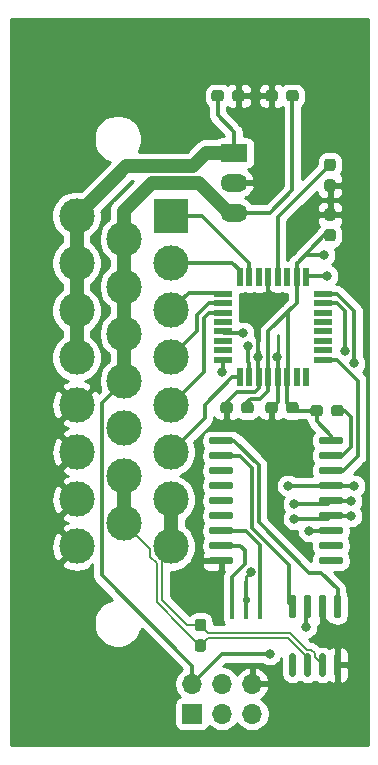
<source format=gbr>
G04 #@! TF.GenerationSoftware,KiCad,Pcbnew,5.1.6-c6e7f7d~87~ubuntu18.04.1*
G04 #@! TF.CreationDate,2020-11-30T10:13:03-05:00*
G04 #@! TF.ProjectId,pedal-board-2020,70656461-6c2d-4626-9f61-72642d323032,rev?*
G04 #@! TF.SameCoordinates,Original*
G04 #@! TF.FileFunction,Copper,L1,Top*
G04 #@! TF.FilePolarity,Positive*
%FSLAX46Y46*%
G04 Gerber Fmt 4.6, Leading zero omitted, Abs format (unit mm)*
G04 Created by KiCad (PCBNEW 5.1.6-c6e7f7d~87~ubuntu18.04.1) date 2020-11-30 10:13:03*
%MOMM*%
%LPD*%
G01*
G04 APERTURE LIST*
G04 #@! TA.AperFunction,ComponentPad*
%ADD10R,3.000000X3.000000*%
G04 #@! TD*
G04 #@! TA.AperFunction,ComponentPad*
%ADD11C,3.000000*%
G04 #@! TD*
G04 #@! TA.AperFunction,SMDPad,CuDef*
%ADD12R,0.400000X3.200000*%
G04 #@! TD*
G04 #@! TA.AperFunction,ComponentPad*
%ADD13O,2.300000X1.500000*%
G04 #@! TD*
G04 #@! TA.AperFunction,ComponentPad*
%ADD14R,2.300000X1.500000*%
G04 #@! TD*
G04 #@! TA.AperFunction,SMDPad,CuDef*
%ADD15R,1.600000X0.550000*%
G04 #@! TD*
G04 #@! TA.AperFunction,SMDPad,CuDef*
%ADD16R,0.550000X1.600000*%
G04 #@! TD*
G04 #@! TA.AperFunction,ComponentPad*
%ADD17O,1.700000X1.700000*%
G04 #@! TD*
G04 #@! TA.AperFunction,ComponentPad*
%ADD18R,1.700000X1.700000*%
G04 #@! TD*
G04 #@! TA.AperFunction,ViaPad*
%ADD19C,0.800000*%
G04 #@! TD*
G04 #@! TA.AperFunction,Conductor*
%ADD20C,0.360000*%
G04 #@! TD*
G04 #@! TA.AperFunction,Conductor*
%ADD21C,0.250000*%
G04 #@! TD*
G04 #@! TA.AperFunction,Conductor*
%ADD22C,1.200000*%
G04 #@! TD*
G04 #@! TA.AperFunction,Conductor*
%ADD23C,0.200000*%
G04 #@! TD*
G04 #@! TA.AperFunction,Conductor*
%ADD24C,0.254000*%
G04 #@! TD*
G04 APERTURE END LIST*
D10*
X96012000Y-68326000D03*
D11*
X96012000Y-72326000D03*
X96012000Y-76326000D03*
X96012000Y-80326000D03*
X96012000Y-84326000D03*
X96012000Y-88326000D03*
X96012000Y-92326000D03*
X96012000Y-96326000D03*
X92012000Y-70326000D03*
X92012000Y-74326000D03*
X92012000Y-78326000D03*
X92012000Y-82326000D03*
X92012000Y-86326000D03*
X92012000Y-90326000D03*
X92012000Y-94326000D03*
X88012000Y-68326000D03*
X88012000Y-72326000D03*
X88012000Y-76326000D03*
X88012000Y-80326000D03*
X88012000Y-84326000D03*
X88012000Y-88326000D03*
X88012000Y-92326000D03*
X88012000Y-96326000D03*
G04 #@! TA.AperFunction,SMDPad,CuDef*
G36*
G01*
X109570000Y-85073500D02*
X109570000Y-84598500D01*
G75*
G02*
X109807500Y-84361000I237500J0D01*
G01*
X110382500Y-84361000D01*
G75*
G02*
X110620000Y-84598500I0J-237500D01*
G01*
X110620000Y-85073500D01*
G75*
G02*
X110382500Y-85311000I-237500J0D01*
G01*
X109807500Y-85311000D01*
G75*
G02*
X109570000Y-85073500I0J237500D01*
G01*
G37*
G04 #@! TD.AperFunction*
G04 #@! TA.AperFunction,SMDPad,CuDef*
G36*
G01*
X107820000Y-85073500D02*
X107820000Y-84598500D01*
G75*
G02*
X108057500Y-84361000I237500J0D01*
G01*
X108632500Y-84361000D01*
G75*
G02*
X108870000Y-84598500I0J-237500D01*
G01*
X108870000Y-85073500D01*
G75*
G02*
X108632500Y-85311000I-237500J0D01*
G01*
X108057500Y-85311000D01*
G75*
G02*
X107820000Y-85073500I0J237500D01*
G01*
G37*
G04 #@! TD.AperFunction*
G04 #@! TA.AperFunction,SMDPad,CuDef*
G36*
G01*
X98262500Y-102450000D02*
X98737500Y-102450000D01*
G75*
G02*
X98975000Y-102687500I0J-237500D01*
G01*
X98975000Y-103262500D01*
G75*
G02*
X98737500Y-103500000I-237500J0D01*
G01*
X98262500Y-103500000D01*
G75*
G02*
X98025000Y-103262500I0J237500D01*
G01*
X98025000Y-102687500D01*
G75*
G02*
X98262500Y-102450000I237500J0D01*
G01*
G37*
G04 #@! TD.AperFunction*
G04 #@! TA.AperFunction,SMDPad,CuDef*
G36*
G01*
X98262500Y-104200000D02*
X98737500Y-104200000D01*
G75*
G02*
X98975000Y-104437500I0J-237500D01*
G01*
X98975000Y-105012500D01*
G75*
G02*
X98737500Y-105250000I-237500J0D01*
G01*
X98262500Y-105250000D01*
G75*
G02*
X98025000Y-105012500I0J237500D01*
G01*
X98025000Y-104437500D01*
G75*
G02*
X98262500Y-104200000I237500J0D01*
G01*
G37*
G04 #@! TD.AperFunction*
D12*
X101162000Y-100838000D03*
X102362000Y-100838000D03*
X103562000Y-100838000D03*
D13*
X101346000Y-68072000D03*
X101346000Y-65532000D03*
D14*
X101346000Y-62992000D03*
G04 #@! TA.AperFunction,SMDPad,CuDef*
G36*
G01*
X109959000Y-105386000D02*
X110259000Y-105386000D01*
G75*
G02*
X110409000Y-105536000I0J-150000D01*
G01*
X110409000Y-107186000D01*
G75*
G02*
X110259000Y-107336000I-150000J0D01*
G01*
X109959000Y-107336000D01*
G75*
G02*
X109809000Y-107186000I0J150000D01*
G01*
X109809000Y-105536000D01*
G75*
G02*
X109959000Y-105386000I150000J0D01*
G01*
G37*
G04 #@! TD.AperFunction*
G04 #@! TA.AperFunction,SMDPad,CuDef*
G36*
G01*
X108689000Y-105386000D02*
X108989000Y-105386000D01*
G75*
G02*
X109139000Y-105536000I0J-150000D01*
G01*
X109139000Y-107186000D01*
G75*
G02*
X108989000Y-107336000I-150000J0D01*
G01*
X108689000Y-107336000D01*
G75*
G02*
X108539000Y-107186000I0J150000D01*
G01*
X108539000Y-105536000D01*
G75*
G02*
X108689000Y-105386000I150000J0D01*
G01*
G37*
G04 #@! TD.AperFunction*
G04 #@! TA.AperFunction,SMDPad,CuDef*
G36*
G01*
X107419000Y-105386000D02*
X107719000Y-105386000D01*
G75*
G02*
X107869000Y-105536000I0J-150000D01*
G01*
X107869000Y-107186000D01*
G75*
G02*
X107719000Y-107336000I-150000J0D01*
G01*
X107419000Y-107336000D01*
G75*
G02*
X107269000Y-107186000I0J150000D01*
G01*
X107269000Y-105536000D01*
G75*
G02*
X107419000Y-105386000I150000J0D01*
G01*
G37*
G04 #@! TD.AperFunction*
G04 #@! TA.AperFunction,SMDPad,CuDef*
G36*
G01*
X106149000Y-105386000D02*
X106449000Y-105386000D01*
G75*
G02*
X106599000Y-105536000I0J-150000D01*
G01*
X106599000Y-107186000D01*
G75*
G02*
X106449000Y-107336000I-150000J0D01*
G01*
X106149000Y-107336000D01*
G75*
G02*
X105999000Y-107186000I0J150000D01*
G01*
X105999000Y-105536000D01*
G75*
G02*
X106149000Y-105386000I150000J0D01*
G01*
G37*
G04 #@! TD.AperFunction*
G04 #@! TA.AperFunction,SMDPad,CuDef*
G36*
G01*
X106149000Y-100436000D02*
X106449000Y-100436000D01*
G75*
G02*
X106599000Y-100586000I0J-150000D01*
G01*
X106599000Y-102236000D01*
G75*
G02*
X106449000Y-102386000I-150000J0D01*
G01*
X106149000Y-102386000D01*
G75*
G02*
X105999000Y-102236000I0J150000D01*
G01*
X105999000Y-100586000D01*
G75*
G02*
X106149000Y-100436000I150000J0D01*
G01*
G37*
G04 #@! TD.AperFunction*
G04 #@! TA.AperFunction,SMDPad,CuDef*
G36*
G01*
X107419000Y-100436000D02*
X107719000Y-100436000D01*
G75*
G02*
X107869000Y-100586000I0J-150000D01*
G01*
X107869000Y-102236000D01*
G75*
G02*
X107719000Y-102386000I-150000J0D01*
G01*
X107419000Y-102386000D01*
G75*
G02*
X107269000Y-102236000I0J150000D01*
G01*
X107269000Y-100586000D01*
G75*
G02*
X107419000Y-100436000I150000J0D01*
G01*
G37*
G04 #@! TD.AperFunction*
G04 #@! TA.AperFunction,SMDPad,CuDef*
G36*
G01*
X108689000Y-100436000D02*
X108989000Y-100436000D01*
G75*
G02*
X109139000Y-100586000I0J-150000D01*
G01*
X109139000Y-102236000D01*
G75*
G02*
X108989000Y-102386000I-150000J0D01*
G01*
X108689000Y-102386000D01*
G75*
G02*
X108539000Y-102236000I0J150000D01*
G01*
X108539000Y-100586000D01*
G75*
G02*
X108689000Y-100436000I150000J0D01*
G01*
G37*
G04 #@! TD.AperFunction*
G04 #@! TA.AperFunction,SMDPad,CuDef*
G36*
G01*
X109959000Y-100436000D02*
X110259000Y-100436000D01*
G75*
G02*
X110409000Y-100586000I0J-150000D01*
G01*
X110409000Y-102236000D01*
G75*
G02*
X110259000Y-102386000I-150000J0D01*
G01*
X109959000Y-102386000D01*
G75*
G02*
X109809000Y-102236000I0J150000D01*
G01*
X109809000Y-100586000D01*
G75*
G02*
X109959000Y-100436000I150000J0D01*
G01*
G37*
G04 #@! TD.AperFunction*
G04 #@! TA.AperFunction,SMDPad,CuDef*
G36*
G01*
X108527000Y-87526000D02*
X108527000Y-87226000D01*
G75*
G02*
X108677000Y-87076000I150000J0D01*
G01*
X110427000Y-87076000D01*
G75*
G02*
X110577000Y-87226000I0J-150000D01*
G01*
X110577000Y-87526000D01*
G75*
G02*
X110427000Y-87676000I-150000J0D01*
G01*
X108677000Y-87676000D01*
G75*
G02*
X108527000Y-87526000I0J150000D01*
G01*
G37*
G04 #@! TD.AperFunction*
G04 #@! TA.AperFunction,SMDPad,CuDef*
G36*
G01*
X108527000Y-88796000D02*
X108527000Y-88496000D01*
G75*
G02*
X108677000Y-88346000I150000J0D01*
G01*
X110427000Y-88346000D01*
G75*
G02*
X110577000Y-88496000I0J-150000D01*
G01*
X110577000Y-88796000D01*
G75*
G02*
X110427000Y-88946000I-150000J0D01*
G01*
X108677000Y-88946000D01*
G75*
G02*
X108527000Y-88796000I0J150000D01*
G01*
G37*
G04 #@! TD.AperFunction*
G04 #@! TA.AperFunction,SMDPad,CuDef*
G36*
G01*
X108527000Y-90066000D02*
X108527000Y-89766000D01*
G75*
G02*
X108677000Y-89616000I150000J0D01*
G01*
X110427000Y-89616000D01*
G75*
G02*
X110577000Y-89766000I0J-150000D01*
G01*
X110577000Y-90066000D01*
G75*
G02*
X110427000Y-90216000I-150000J0D01*
G01*
X108677000Y-90216000D01*
G75*
G02*
X108527000Y-90066000I0J150000D01*
G01*
G37*
G04 #@! TD.AperFunction*
G04 #@! TA.AperFunction,SMDPad,CuDef*
G36*
G01*
X108527000Y-91336000D02*
X108527000Y-91036000D01*
G75*
G02*
X108677000Y-90886000I150000J0D01*
G01*
X110427000Y-90886000D01*
G75*
G02*
X110577000Y-91036000I0J-150000D01*
G01*
X110577000Y-91336000D01*
G75*
G02*
X110427000Y-91486000I-150000J0D01*
G01*
X108677000Y-91486000D01*
G75*
G02*
X108527000Y-91336000I0J150000D01*
G01*
G37*
G04 #@! TD.AperFunction*
G04 #@! TA.AperFunction,SMDPad,CuDef*
G36*
G01*
X108527000Y-92606000D02*
X108527000Y-92306000D01*
G75*
G02*
X108677000Y-92156000I150000J0D01*
G01*
X110427000Y-92156000D01*
G75*
G02*
X110577000Y-92306000I0J-150000D01*
G01*
X110577000Y-92606000D01*
G75*
G02*
X110427000Y-92756000I-150000J0D01*
G01*
X108677000Y-92756000D01*
G75*
G02*
X108527000Y-92606000I0J150000D01*
G01*
G37*
G04 #@! TD.AperFunction*
G04 #@! TA.AperFunction,SMDPad,CuDef*
G36*
G01*
X108527000Y-93876000D02*
X108527000Y-93576000D01*
G75*
G02*
X108677000Y-93426000I150000J0D01*
G01*
X110427000Y-93426000D01*
G75*
G02*
X110577000Y-93576000I0J-150000D01*
G01*
X110577000Y-93876000D01*
G75*
G02*
X110427000Y-94026000I-150000J0D01*
G01*
X108677000Y-94026000D01*
G75*
G02*
X108527000Y-93876000I0J150000D01*
G01*
G37*
G04 #@! TD.AperFunction*
G04 #@! TA.AperFunction,SMDPad,CuDef*
G36*
G01*
X108527000Y-95146000D02*
X108527000Y-94846000D01*
G75*
G02*
X108677000Y-94696000I150000J0D01*
G01*
X110427000Y-94696000D01*
G75*
G02*
X110577000Y-94846000I0J-150000D01*
G01*
X110577000Y-95146000D01*
G75*
G02*
X110427000Y-95296000I-150000J0D01*
G01*
X108677000Y-95296000D01*
G75*
G02*
X108527000Y-95146000I0J150000D01*
G01*
G37*
G04 #@! TD.AperFunction*
G04 #@! TA.AperFunction,SMDPad,CuDef*
G36*
G01*
X108527000Y-96416000D02*
X108527000Y-96116000D01*
G75*
G02*
X108677000Y-95966000I150000J0D01*
G01*
X110427000Y-95966000D01*
G75*
G02*
X110577000Y-96116000I0J-150000D01*
G01*
X110577000Y-96416000D01*
G75*
G02*
X110427000Y-96566000I-150000J0D01*
G01*
X108677000Y-96566000D01*
G75*
G02*
X108527000Y-96416000I0J150000D01*
G01*
G37*
G04 #@! TD.AperFunction*
G04 #@! TA.AperFunction,SMDPad,CuDef*
G36*
G01*
X108527000Y-97686000D02*
X108527000Y-97386000D01*
G75*
G02*
X108677000Y-97236000I150000J0D01*
G01*
X110427000Y-97236000D01*
G75*
G02*
X110577000Y-97386000I0J-150000D01*
G01*
X110577000Y-97686000D01*
G75*
G02*
X110427000Y-97836000I-150000J0D01*
G01*
X108677000Y-97836000D01*
G75*
G02*
X108527000Y-97686000I0J150000D01*
G01*
G37*
G04 #@! TD.AperFunction*
G04 #@! TA.AperFunction,SMDPad,CuDef*
G36*
G01*
X99227000Y-97686000D02*
X99227000Y-97386000D01*
G75*
G02*
X99377000Y-97236000I150000J0D01*
G01*
X101127000Y-97236000D01*
G75*
G02*
X101277000Y-97386000I0J-150000D01*
G01*
X101277000Y-97686000D01*
G75*
G02*
X101127000Y-97836000I-150000J0D01*
G01*
X99377000Y-97836000D01*
G75*
G02*
X99227000Y-97686000I0J150000D01*
G01*
G37*
G04 #@! TD.AperFunction*
G04 #@! TA.AperFunction,SMDPad,CuDef*
G36*
G01*
X99227000Y-96416000D02*
X99227000Y-96116000D01*
G75*
G02*
X99377000Y-95966000I150000J0D01*
G01*
X101127000Y-95966000D01*
G75*
G02*
X101277000Y-96116000I0J-150000D01*
G01*
X101277000Y-96416000D01*
G75*
G02*
X101127000Y-96566000I-150000J0D01*
G01*
X99377000Y-96566000D01*
G75*
G02*
X99227000Y-96416000I0J150000D01*
G01*
G37*
G04 #@! TD.AperFunction*
G04 #@! TA.AperFunction,SMDPad,CuDef*
G36*
G01*
X99227000Y-95146000D02*
X99227000Y-94846000D01*
G75*
G02*
X99377000Y-94696000I150000J0D01*
G01*
X101127000Y-94696000D01*
G75*
G02*
X101277000Y-94846000I0J-150000D01*
G01*
X101277000Y-95146000D01*
G75*
G02*
X101127000Y-95296000I-150000J0D01*
G01*
X99377000Y-95296000D01*
G75*
G02*
X99227000Y-95146000I0J150000D01*
G01*
G37*
G04 #@! TD.AperFunction*
G04 #@! TA.AperFunction,SMDPad,CuDef*
G36*
G01*
X99227000Y-93876000D02*
X99227000Y-93576000D01*
G75*
G02*
X99377000Y-93426000I150000J0D01*
G01*
X101127000Y-93426000D01*
G75*
G02*
X101277000Y-93576000I0J-150000D01*
G01*
X101277000Y-93876000D01*
G75*
G02*
X101127000Y-94026000I-150000J0D01*
G01*
X99377000Y-94026000D01*
G75*
G02*
X99227000Y-93876000I0J150000D01*
G01*
G37*
G04 #@! TD.AperFunction*
G04 #@! TA.AperFunction,SMDPad,CuDef*
G36*
G01*
X99227000Y-92606000D02*
X99227000Y-92306000D01*
G75*
G02*
X99377000Y-92156000I150000J0D01*
G01*
X101127000Y-92156000D01*
G75*
G02*
X101277000Y-92306000I0J-150000D01*
G01*
X101277000Y-92606000D01*
G75*
G02*
X101127000Y-92756000I-150000J0D01*
G01*
X99377000Y-92756000D01*
G75*
G02*
X99227000Y-92606000I0J150000D01*
G01*
G37*
G04 #@! TD.AperFunction*
G04 #@! TA.AperFunction,SMDPad,CuDef*
G36*
G01*
X99227000Y-91336000D02*
X99227000Y-91036000D01*
G75*
G02*
X99377000Y-90886000I150000J0D01*
G01*
X101127000Y-90886000D01*
G75*
G02*
X101277000Y-91036000I0J-150000D01*
G01*
X101277000Y-91336000D01*
G75*
G02*
X101127000Y-91486000I-150000J0D01*
G01*
X99377000Y-91486000D01*
G75*
G02*
X99227000Y-91336000I0J150000D01*
G01*
G37*
G04 #@! TD.AperFunction*
G04 #@! TA.AperFunction,SMDPad,CuDef*
G36*
G01*
X99227000Y-90066000D02*
X99227000Y-89766000D01*
G75*
G02*
X99377000Y-89616000I150000J0D01*
G01*
X101127000Y-89616000D01*
G75*
G02*
X101277000Y-89766000I0J-150000D01*
G01*
X101277000Y-90066000D01*
G75*
G02*
X101127000Y-90216000I-150000J0D01*
G01*
X99377000Y-90216000D01*
G75*
G02*
X99227000Y-90066000I0J150000D01*
G01*
G37*
G04 #@! TD.AperFunction*
G04 #@! TA.AperFunction,SMDPad,CuDef*
G36*
G01*
X99227000Y-88796000D02*
X99227000Y-88496000D01*
G75*
G02*
X99377000Y-88346000I150000J0D01*
G01*
X101127000Y-88346000D01*
G75*
G02*
X101277000Y-88496000I0J-150000D01*
G01*
X101277000Y-88796000D01*
G75*
G02*
X101127000Y-88946000I-150000J0D01*
G01*
X99377000Y-88946000D01*
G75*
G02*
X99227000Y-88796000I0J150000D01*
G01*
G37*
G04 #@! TD.AperFunction*
G04 #@! TA.AperFunction,SMDPad,CuDef*
G36*
G01*
X99227000Y-87526000D02*
X99227000Y-87226000D01*
G75*
G02*
X99377000Y-87076000I150000J0D01*
G01*
X101127000Y-87076000D01*
G75*
G02*
X101277000Y-87226000I0J-150000D01*
G01*
X101277000Y-87526000D01*
G75*
G02*
X101127000Y-87676000I-150000J0D01*
G01*
X99377000Y-87676000D01*
G75*
G02*
X99227000Y-87526000I0J150000D01*
G01*
G37*
G04 #@! TD.AperFunction*
D15*
X100398000Y-80524000D03*
X100398000Y-79724000D03*
X100398000Y-78924000D03*
X100398000Y-78124000D03*
X100398000Y-77324000D03*
X100398000Y-76524000D03*
X100398000Y-75724000D03*
X100398000Y-74924000D03*
D16*
X101848000Y-73474000D03*
X102648000Y-73474000D03*
X103448000Y-73474000D03*
X104248000Y-73474000D03*
X105048000Y-73474000D03*
X105848000Y-73474000D03*
X106648000Y-73474000D03*
X107448000Y-73474000D03*
D15*
X108898000Y-74924000D03*
X108898000Y-75724000D03*
X108898000Y-76524000D03*
X108898000Y-77324000D03*
X108898000Y-78124000D03*
X108898000Y-78924000D03*
X108898000Y-79724000D03*
X108898000Y-80524000D03*
D16*
X107448000Y-81974000D03*
X106648000Y-81974000D03*
X105848000Y-81974000D03*
X105048000Y-81974000D03*
X104248000Y-81974000D03*
X103448000Y-81974000D03*
X102648000Y-81974000D03*
X101848000Y-81974000D03*
D17*
X102870000Y-107950000D03*
X102870000Y-110490000D03*
X100330000Y-107950000D03*
X100330000Y-110490000D03*
X97790000Y-107950000D03*
D18*
X97790000Y-110490000D03*
G04 #@! TA.AperFunction,SMDPad,CuDef*
G36*
G01*
X105060000Y-57928500D02*
X105060000Y-58403500D01*
G75*
G02*
X104822500Y-58641000I-237500J0D01*
G01*
X104247500Y-58641000D01*
G75*
G02*
X104010000Y-58403500I0J237500D01*
G01*
X104010000Y-57928500D01*
G75*
G02*
X104247500Y-57691000I237500J0D01*
G01*
X104822500Y-57691000D01*
G75*
G02*
X105060000Y-57928500I0J-237500D01*
G01*
G37*
G04 #@! TD.AperFunction*
G04 #@! TA.AperFunction,SMDPad,CuDef*
G36*
G01*
X106810000Y-57928500D02*
X106810000Y-58403500D01*
G75*
G02*
X106572500Y-58641000I-237500J0D01*
G01*
X105997500Y-58641000D01*
G75*
G02*
X105760000Y-58403500I0J237500D01*
G01*
X105760000Y-57928500D01*
G75*
G02*
X105997500Y-57691000I237500J0D01*
G01*
X106572500Y-57691000D01*
G75*
G02*
X106810000Y-57928500I0J-237500D01*
G01*
G37*
G04 #@! TD.AperFunction*
G04 #@! TA.AperFunction,SMDPad,CuDef*
G36*
G01*
X100488000Y-57928500D02*
X100488000Y-58403500D01*
G75*
G02*
X100250500Y-58641000I-237500J0D01*
G01*
X99675500Y-58641000D01*
G75*
G02*
X99438000Y-58403500I0J237500D01*
G01*
X99438000Y-57928500D01*
G75*
G02*
X99675500Y-57691000I237500J0D01*
G01*
X100250500Y-57691000D01*
G75*
G02*
X100488000Y-57928500I0J-237500D01*
G01*
G37*
G04 #@! TD.AperFunction*
G04 #@! TA.AperFunction,SMDPad,CuDef*
G36*
G01*
X102238000Y-57928500D02*
X102238000Y-58403500D01*
G75*
G02*
X102000500Y-58641000I-237500J0D01*
G01*
X101425500Y-58641000D01*
G75*
G02*
X101188000Y-58403500I0J237500D01*
G01*
X101188000Y-57928500D01*
G75*
G02*
X101425500Y-57691000I237500J0D01*
G01*
X102000500Y-57691000D01*
G75*
G02*
X102238000Y-57928500I0J-237500D01*
G01*
G37*
G04 #@! TD.AperFunction*
G04 #@! TA.AperFunction,SMDPad,CuDef*
G36*
G01*
X101250000Y-84344500D02*
X101250000Y-84819500D01*
G75*
G02*
X101012500Y-85057000I-237500J0D01*
G01*
X100437500Y-85057000D01*
G75*
G02*
X100200000Y-84819500I0J237500D01*
G01*
X100200000Y-84344500D01*
G75*
G02*
X100437500Y-84107000I237500J0D01*
G01*
X101012500Y-84107000D01*
G75*
G02*
X101250000Y-84344500I0J-237500D01*
G01*
G37*
G04 #@! TD.AperFunction*
G04 #@! TA.AperFunction,SMDPad,CuDef*
G36*
G01*
X103000000Y-84344500D02*
X103000000Y-84819500D01*
G75*
G02*
X102762500Y-85057000I-237500J0D01*
G01*
X102187500Y-85057000D01*
G75*
G02*
X101950000Y-84819500I0J237500D01*
G01*
X101950000Y-84344500D01*
G75*
G02*
X102187500Y-84107000I237500J0D01*
G01*
X102762500Y-84107000D01*
G75*
G02*
X103000000Y-84344500I0J-237500D01*
G01*
G37*
G04 #@! TD.AperFunction*
G04 #@! TA.AperFunction,SMDPad,CuDef*
G36*
G01*
X105060000Y-84344500D02*
X105060000Y-84819500D01*
G75*
G02*
X104822500Y-85057000I-237500J0D01*
G01*
X104247500Y-85057000D01*
G75*
G02*
X104010000Y-84819500I0J237500D01*
G01*
X104010000Y-84344500D01*
G75*
G02*
X104247500Y-84107000I237500J0D01*
G01*
X104822500Y-84107000D01*
G75*
G02*
X105060000Y-84344500I0J-237500D01*
G01*
G37*
G04 #@! TD.AperFunction*
G04 #@! TA.AperFunction,SMDPad,CuDef*
G36*
G01*
X106810000Y-84344500D02*
X106810000Y-84819500D01*
G75*
G02*
X106572500Y-85057000I-237500J0D01*
G01*
X105997500Y-85057000D01*
G75*
G02*
X105760000Y-84819500I0J237500D01*
G01*
X105760000Y-84344500D01*
G75*
G02*
X105997500Y-84107000I237500J0D01*
G01*
X106572500Y-84107000D01*
G75*
G02*
X106810000Y-84344500I0J-237500D01*
G01*
G37*
G04 #@! TD.AperFunction*
G04 #@! TA.AperFunction,SMDPad,CuDef*
G36*
G01*
X109236500Y-65233000D02*
X109711500Y-65233000D01*
G75*
G02*
X109949000Y-65470500I0J-237500D01*
G01*
X109949000Y-66045500D01*
G75*
G02*
X109711500Y-66283000I-237500J0D01*
G01*
X109236500Y-66283000D01*
G75*
G02*
X108999000Y-66045500I0J237500D01*
G01*
X108999000Y-65470500D01*
G75*
G02*
X109236500Y-65233000I237500J0D01*
G01*
G37*
G04 #@! TD.AperFunction*
G04 #@! TA.AperFunction,SMDPad,CuDef*
G36*
G01*
X109236500Y-63483000D02*
X109711500Y-63483000D01*
G75*
G02*
X109949000Y-63720500I0J-237500D01*
G01*
X109949000Y-64295500D01*
G75*
G02*
X109711500Y-64533000I-237500J0D01*
G01*
X109236500Y-64533000D01*
G75*
G02*
X108999000Y-64295500I0J237500D01*
G01*
X108999000Y-63720500D01*
G75*
G02*
X109236500Y-63483000I237500J0D01*
G01*
G37*
G04 #@! TD.AperFunction*
G04 #@! TA.AperFunction,SMDPad,CuDef*
G36*
G01*
X109711500Y-68738000D02*
X109236500Y-68738000D01*
G75*
G02*
X108999000Y-68500500I0J237500D01*
G01*
X108999000Y-67925500D01*
G75*
G02*
X109236500Y-67688000I237500J0D01*
G01*
X109711500Y-67688000D01*
G75*
G02*
X109949000Y-67925500I0J-237500D01*
G01*
X109949000Y-68500500D01*
G75*
G02*
X109711500Y-68738000I-237500J0D01*
G01*
G37*
G04 #@! TD.AperFunction*
G04 #@! TA.AperFunction,SMDPad,CuDef*
G36*
G01*
X109711500Y-70488000D02*
X109236500Y-70488000D01*
G75*
G02*
X108999000Y-70250500I0J237500D01*
G01*
X108999000Y-69675500D01*
G75*
G02*
X109236500Y-69438000I237500J0D01*
G01*
X109711500Y-69438000D01*
G75*
G02*
X109949000Y-69675500I0J-237500D01*
G01*
X109949000Y-70250500D01*
G75*
G02*
X109711500Y-70488000I-237500J0D01*
G01*
G37*
G04 #@! TD.AperFunction*
D19*
X105028000Y-80264000D03*
X103378000Y-80264000D03*
X102768400Y-98450400D03*
X98399600Y-99568000D03*
X104521000Y-88392000D03*
X104394000Y-105428000D03*
X107442000Y-103124000D03*
X108966000Y-71628000D03*
X102108000Y-78232000D03*
X110744000Y-79756000D03*
X111252000Y-92456000D03*
X106426000Y-92710000D03*
X106426000Y-93980000D03*
X111252000Y-93726000D03*
X109220000Y-73406000D03*
X111524000Y-80820456D03*
X111524000Y-91186000D03*
X105918000Y-91186000D03*
X100330000Y-81534000D03*
X107696000Y-94996000D03*
X102500000Y-79350000D03*
D20*
X105048000Y-84069000D02*
X105048000Y-81974000D01*
X104535000Y-84582000D02*
X105048000Y-84069000D01*
X100725000Y-84107000D02*
X100725000Y-84582000D01*
X103448000Y-82933002D02*
X103121012Y-83259990D01*
X101572010Y-83259990D02*
X100725000Y-84107000D01*
X103121012Y-83259990D02*
X101572010Y-83259990D01*
X103448000Y-81974000D02*
X103448000Y-82933002D01*
X105048000Y-81974000D02*
X105048000Y-80284000D01*
X105048000Y-80284000D02*
X105028000Y-80264000D01*
X103378000Y-81904000D02*
X103448000Y-81974000D01*
X103378000Y-80264000D02*
X103378000Y-81904000D01*
X103378000Y-80264000D02*
X103378000Y-77724000D01*
X104248000Y-76854000D02*
X104248000Y-73474000D01*
X103378000Y-77724000D02*
X104248000Y-76854000D01*
X104535000Y-63853000D02*
X104535000Y-58166000D01*
X101346000Y-65532000D02*
X102856000Y-65532000D01*
X102856000Y-65532000D02*
X104535000Y-63853000D01*
X101713000Y-58166000D02*
X104535000Y-58166000D01*
X109474000Y-65758000D02*
X109474000Y-66283000D01*
X109474000Y-65758000D02*
X109474000Y-68213000D01*
X108839000Y-101411000D02*
X108839000Y-102386000D01*
X110109000Y-103656000D02*
X110109000Y-106361000D01*
X108839000Y-102386000D02*
X110109000Y-103656000D01*
D21*
X102362000Y-98856800D02*
X102362000Y-100838000D01*
X102768400Y-98450400D02*
X102362000Y-98856800D01*
D20*
X105048000Y-72314000D02*
X105048000Y-73474000D01*
X105048000Y-70709000D02*
X105048000Y-72314000D01*
X105048000Y-68434000D02*
X105048000Y-73474000D01*
X109474000Y-64008000D02*
X105048000Y-68434000D01*
X109552000Y-87376000D02*
X109552000Y-86946000D01*
X108345000Y-85739000D02*
X108345000Y-84836000D01*
X109552000Y-86946000D02*
X108345000Y-85739000D01*
X106539000Y-84836000D02*
X106285000Y-84582000D01*
X108345000Y-84836000D02*
X106539000Y-84836000D01*
X105848000Y-84145000D02*
X106285000Y-84582000D01*
X105848000Y-81974000D02*
X105848000Y-84145000D01*
X104248000Y-83134000D02*
X103562000Y-83820000D01*
X104248000Y-81974000D02*
X104248000Y-83134000D01*
X102475000Y-84107000D02*
X102475000Y-84582000D01*
X102762000Y-83820000D02*
X102475000Y-84107000D01*
X103562000Y-83820000D02*
X102762000Y-83820000D01*
D22*
X92012000Y-82326000D02*
X92012000Y-78326000D01*
X92012000Y-74326000D02*
X92012000Y-78326000D01*
X92012000Y-70326000D02*
X92012000Y-74326000D01*
X100946000Y-68072000D02*
X101346000Y-68072000D01*
X98406000Y-65532000D02*
X100946000Y-68072000D01*
X94365998Y-65532000D02*
X98406000Y-65532000D01*
X92012000Y-67885998D02*
X94365998Y-65532000D01*
X92012000Y-70326000D02*
X92012000Y-67885998D01*
D20*
X90131999Y-84206001D02*
X90512001Y-83825999D01*
X90131999Y-98774597D02*
X90131999Y-84206001D01*
X97790000Y-106432598D02*
X90131999Y-98774597D01*
X90512001Y-83825999D02*
X92012000Y-82326000D01*
X97790000Y-107950000D02*
X97790000Y-106432598D01*
X97790000Y-107950000D02*
X100312000Y-105428000D01*
X100312000Y-105428000D02*
X104394000Y-105428000D01*
X107442000Y-101538000D02*
X107569000Y-101411000D01*
X107442000Y-103124000D02*
X107442000Y-101538000D01*
X106648000Y-72314000D02*
X106648000Y-73474000D01*
X109474000Y-69963000D02*
X108999000Y-69963000D01*
X106285000Y-58166000D02*
X106285000Y-58641000D01*
X104248000Y-81974000D02*
X104248000Y-78124000D01*
X104248000Y-78124000D02*
X106648000Y-75724000D01*
X105848000Y-81972000D02*
X105918000Y-81902000D01*
X105848000Y-81974000D02*
X105848000Y-81972000D01*
X105918000Y-76454000D02*
X106680000Y-75692000D01*
X105918000Y-81902000D02*
X105918000Y-76454000D01*
X106648000Y-75724000D02*
X106680000Y-75692000D01*
X106680000Y-75692000D02*
X106648000Y-73474000D01*
X108966000Y-71628000D02*
X107442000Y-71628000D01*
X108999000Y-69963000D02*
X106680000Y-72390000D01*
X107442000Y-71628000D02*
X106680000Y-72390000D01*
X106680000Y-72390000D02*
X106648000Y-72314000D01*
X106285000Y-66181000D02*
X106285000Y-58166000D01*
X101346000Y-68072000D02*
X104394000Y-68072000D01*
X104394000Y-68072000D02*
X106285000Y-66181000D01*
D22*
X88012000Y-68326000D02*
X88012000Y-72326000D01*
X88012000Y-72326000D02*
X88012000Y-76326000D01*
X88012000Y-76326000D02*
X88012000Y-80326000D01*
X98996000Y-62992000D02*
X101346000Y-62992000D01*
X97856009Y-64131991D02*
X98996000Y-62992000D01*
X92206009Y-64131991D02*
X97856009Y-64131991D01*
X88012000Y-68326000D02*
X92206009Y-64131991D01*
D20*
X99963000Y-58166000D02*
X99963000Y-59831000D01*
X101346000Y-61214000D02*
X101346000Y-62992000D01*
X99963000Y-59831000D02*
X101346000Y-61214000D01*
X100506000Y-78232000D02*
X100398000Y-78124000D01*
X102108000Y-78232000D02*
X100506000Y-78232000D01*
X110744000Y-76410000D02*
X110744000Y-79756000D01*
X108898000Y-75724000D02*
X110058000Y-75724000D01*
X110058000Y-75724000D02*
X110744000Y-76410000D01*
X111252000Y-92456000D02*
X109552000Y-92456000D01*
X109298000Y-92710000D02*
X109552000Y-92456000D01*
X106426000Y-92710000D02*
X109298000Y-92710000D01*
X109298000Y-93980000D02*
X109552000Y-93726000D01*
X106426000Y-93980000D02*
X109298000Y-93980000D01*
X109552000Y-93726000D02*
X111252000Y-93726000D01*
X107516000Y-73406000D02*
X107448000Y-73474000D01*
X109220000Y-73406000D02*
X107516000Y-73406000D01*
X111524000Y-76390000D02*
X111524000Y-80820456D01*
X108898000Y-74924000D02*
X110058000Y-74924000D01*
X110058000Y-74924000D02*
X111524000Y-76390000D01*
X111524000Y-91186000D02*
X109552000Y-91186000D01*
X105918000Y-91186000D02*
X109552000Y-91186000D01*
X99238000Y-76524000D02*
X100398000Y-76524000D01*
X98806000Y-76956000D02*
X99238000Y-76524000D01*
X98806000Y-81532000D02*
X98806000Y-76956000D01*
X96012000Y-84326000D02*
X98806000Y-81532000D01*
X99238000Y-75724000D02*
X100398000Y-75724000D01*
X98245990Y-76716010D02*
X99238000Y-75724000D01*
X96012000Y-80326000D02*
X98245990Y-78092010D01*
X98245990Y-78092010D02*
X98245990Y-76716010D01*
X110744000Y-84836000D02*
X110095000Y-84836000D01*
X111252000Y-85344000D02*
X110744000Y-84836000D01*
X111252000Y-87884000D02*
X111252000Y-85344000D01*
X109552000Y-88646000D02*
X110490000Y-88646000D01*
X110490000Y-88646000D02*
X111252000Y-87884000D01*
X100398000Y-80524000D02*
X100398000Y-81466000D01*
X100398000Y-81466000D02*
X100330000Y-81534000D01*
X107696000Y-94996000D02*
X109552000Y-94996000D01*
X111812010Y-88680990D02*
X110577000Y-89916000D01*
X111812010Y-82278010D02*
X111812010Y-88680990D01*
X110577000Y-89916000D02*
X109552000Y-89916000D01*
X110058000Y-80524000D02*
X111812010Y-82278010D01*
X108898000Y-80524000D02*
X110058000Y-80524000D01*
X101162000Y-98878000D02*
X102250000Y-97790000D01*
X101162000Y-100838000D02*
X101162000Y-98878000D01*
X102250000Y-97790000D02*
X102250000Y-96632000D01*
X101884000Y-96266000D02*
X100252000Y-96266000D01*
X102250000Y-96632000D02*
X101884000Y-96266000D01*
X103562000Y-96225973D02*
X103562000Y-100838000D01*
X100252000Y-94996000D02*
X102332027Y-94996000D01*
X102332027Y-94996000D02*
X103562000Y-96225973D01*
X105999000Y-101111000D02*
X105999000Y-97871000D01*
X106299000Y-101411000D02*
X105999000Y-101111000D01*
X105999000Y-97871000D02*
X102870000Y-94742000D01*
X102870000Y-94742000D02*
X102870000Y-89662000D01*
X101854000Y-88646000D02*
X100252000Y-88646000D01*
X102870000Y-89662000D02*
X101854000Y-88646000D01*
X110109000Y-100436000D02*
X110109000Y-101411000D01*
X110109000Y-99949000D02*
X110109000Y-100436000D01*
X100252000Y-87376000D02*
X101375973Y-87376000D01*
X103430010Y-94286010D02*
X107696000Y-98552000D01*
X103430010Y-89430037D02*
X103430010Y-94286010D01*
X107696000Y-98552000D02*
X108712000Y-98552000D01*
X101375973Y-87376000D02*
X103430010Y-89430037D01*
X108712000Y-98552000D02*
X110109000Y-99949000D01*
X100300001Y-74826001D02*
X100398000Y-74924000D01*
X97511999Y-74826001D02*
X100300001Y-74826001D01*
X96012000Y-76326000D02*
X97511999Y-74826001D01*
X102648000Y-72314000D02*
X102648000Y-73474000D01*
X98660000Y-68326000D02*
X102648000Y-72314000D01*
X96012000Y-68326000D02*
X98660000Y-68326000D01*
X101848000Y-72949000D02*
X101848000Y-73474000D01*
X101213000Y-72314000D02*
X101848000Y-72949000D01*
X100712000Y-72314000D02*
X101213000Y-72314000D01*
X100700000Y-72326000D02*
X100712000Y-72314000D01*
X96012000Y-72326000D02*
X100700000Y-72326000D01*
X102503001Y-80669001D02*
X102648000Y-80814000D01*
X102648000Y-80814000D02*
X102648000Y-81974000D01*
X102503001Y-79918686D02*
X102503001Y-80669001D01*
X102500000Y-79915685D02*
X102503001Y-79918686D01*
X102500000Y-79350000D02*
X102500000Y-79915685D01*
X96012000Y-88326000D02*
X98850000Y-85488000D01*
X101213000Y-81974000D02*
X101848000Y-81974000D01*
X98850000Y-84337000D02*
X101213000Y-81974000D01*
X98850000Y-85488000D02*
X98850000Y-84337000D01*
D22*
X92012000Y-90326000D02*
X92012000Y-94326000D01*
D23*
X97068198Y-103293198D02*
X98500000Y-104725000D01*
X94787000Y-101012000D02*
X97068198Y-103293198D01*
X94787000Y-97765002D02*
X94787000Y-101012000D01*
X94211999Y-97190001D02*
X94787000Y-97765002D01*
X92012000Y-94326000D02*
X94211999Y-96525999D01*
X94211999Y-96525999D02*
X94211999Y-97190001D01*
X105916603Y-104075000D02*
X107569000Y-105727397D01*
X99150000Y-104075000D02*
X105916603Y-104075000D01*
X107569000Y-105727397D02*
X107569000Y-106361000D01*
X98500000Y-104725000D02*
X99150000Y-104075000D01*
D22*
X96012000Y-92326000D02*
X96012000Y-96326000D01*
D23*
X95237000Y-97101000D02*
X95237000Y-100825603D01*
X96012000Y-96326000D02*
X95237000Y-97101000D01*
X95237000Y-100825603D02*
X97386397Y-102975000D01*
X97386397Y-102975000D02*
X98500000Y-102975000D01*
X108169010Y-105691010D02*
X108839000Y-106361000D01*
X99150000Y-103625000D02*
X106103000Y-103625000D01*
X98500000Y-102975000D02*
X99150000Y-103625000D01*
X106103000Y-103625000D02*
X107563990Y-105085990D01*
X107563990Y-105085990D02*
X107905402Y-105085990D01*
X107905402Y-105085990D02*
X108169010Y-105349598D01*
X108169010Y-105349598D02*
X108169010Y-105691010D01*
D24*
G36*
X112649000Y-113157000D02*
G01*
X82423000Y-113157000D01*
X82423000Y-96368824D01*
X85867098Y-96368824D01*
X85916666Y-96786451D01*
X86046757Y-97186383D01*
X86204786Y-97482038D01*
X86520347Y-97638048D01*
X87832395Y-96326000D01*
X86520347Y-95013952D01*
X86204786Y-95169962D01*
X86013980Y-95544745D01*
X85899956Y-95949551D01*
X85867098Y-96368824D01*
X82423000Y-96368824D01*
X82423000Y-92368824D01*
X85867098Y-92368824D01*
X85916666Y-92786451D01*
X86046757Y-93186383D01*
X86204786Y-93482038D01*
X86520347Y-93638048D01*
X87832395Y-92326000D01*
X86520347Y-91013952D01*
X86204786Y-91169962D01*
X86013980Y-91544745D01*
X85899956Y-91949551D01*
X85867098Y-92368824D01*
X82423000Y-92368824D01*
X82423000Y-88368824D01*
X85867098Y-88368824D01*
X85916666Y-88786451D01*
X86046757Y-89186383D01*
X86204786Y-89482038D01*
X86520347Y-89638048D01*
X87832395Y-88326000D01*
X86520347Y-87013952D01*
X86204786Y-87169962D01*
X86013980Y-87544745D01*
X85899956Y-87949551D01*
X85867098Y-88368824D01*
X82423000Y-88368824D01*
X82423000Y-84368824D01*
X85867098Y-84368824D01*
X85916666Y-84786451D01*
X86046757Y-85186383D01*
X86204786Y-85482038D01*
X86520347Y-85638048D01*
X87832395Y-84326000D01*
X86520347Y-83013952D01*
X86204786Y-83169962D01*
X86013980Y-83544745D01*
X85899956Y-83949551D01*
X85867098Y-84368824D01*
X82423000Y-84368824D01*
X82423000Y-68115721D01*
X85877000Y-68115721D01*
X85877000Y-68536279D01*
X85959047Y-68948756D01*
X86119988Y-69337302D01*
X86353637Y-69686983D01*
X86651017Y-69984363D01*
X86777000Y-70068542D01*
X86777001Y-70583458D01*
X86651017Y-70667637D01*
X86353637Y-70965017D01*
X86119988Y-71314698D01*
X85959047Y-71703244D01*
X85877000Y-72115721D01*
X85877000Y-72536279D01*
X85959047Y-72948756D01*
X86119988Y-73337302D01*
X86353637Y-73686983D01*
X86651017Y-73984363D01*
X86777000Y-74068542D01*
X86777001Y-74583458D01*
X86651017Y-74667637D01*
X86353637Y-74965017D01*
X86119988Y-75314698D01*
X85959047Y-75703244D01*
X85877000Y-76115721D01*
X85877000Y-76536279D01*
X85959047Y-76948756D01*
X86119988Y-77337302D01*
X86353637Y-77686983D01*
X86651017Y-77984363D01*
X86777000Y-78068542D01*
X86777001Y-78583458D01*
X86651017Y-78667637D01*
X86353637Y-78965017D01*
X86119988Y-79314698D01*
X85959047Y-79703244D01*
X85877000Y-80115721D01*
X85877000Y-80536279D01*
X85959047Y-80948756D01*
X86119988Y-81337302D01*
X86353637Y-81686983D01*
X86651017Y-81984363D01*
X87000698Y-82218012D01*
X87260113Y-82325465D01*
X87151617Y-82360757D01*
X86855962Y-82518786D01*
X86699952Y-82834347D01*
X88012000Y-84146395D01*
X89324048Y-82834347D01*
X89168038Y-82518786D01*
X88793255Y-82327980D01*
X88772161Y-82322038D01*
X89023302Y-82218012D01*
X89372983Y-81984363D01*
X89670363Y-81686983D01*
X89904012Y-81337302D01*
X90064953Y-80948756D01*
X90147000Y-80536279D01*
X90147000Y-80115721D01*
X90064953Y-79703244D01*
X89904012Y-79314698D01*
X89670363Y-78965017D01*
X89372983Y-78667637D01*
X89247000Y-78583458D01*
X89247000Y-78068542D01*
X89372983Y-77984363D01*
X89670363Y-77686983D01*
X89904012Y-77337302D01*
X90064953Y-76948756D01*
X90147000Y-76536279D01*
X90147000Y-76115721D01*
X90064953Y-75703244D01*
X89904012Y-75314698D01*
X89670363Y-74965017D01*
X89372983Y-74667637D01*
X89247000Y-74583458D01*
X89247000Y-74068542D01*
X89372983Y-73984363D01*
X89670363Y-73686983D01*
X89904012Y-73337302D01*
X90064953Y-72948756D01*
X90147000Y-72536279D01*
X90147000Y-72115721D01*
X90064953Y-71703244D01*
X89904012Y-71314698D01*
X89670363Y-70965017D01*
X89372983Y-70667637D01*
X89247000Y-70583458D01*
X89247000Y-70068542D01*
X89372983Y-69984363D01*
X89670363Y-69686983D01*
X89904012Y-69337302D01*
X90064953Y-68948756D01*
X90147000Y-68536279D01*
X90147000Y-68115721D01*
X90117440Y-67967113D01*
X92717563Y-65366991D01*
X92784453Y-65366991D01*
X91181621Y-66969824D01*
X91134499Y-67008496D01*
X90980168Y-67196549D01*
X90865490Y-67411097D01*
X90865489Y-67411099D01*
X90794870Y-67643896D01*
X90771025Y-67885998D01*
X90777001Y-67946673D01*
X90777001Y-68583458D01*
X90651017Y-68667637D01*
X90353637Y-68965017D01*
X90119988Y-69314698D01*
X89959047Y-69703244D01*
X89877000Y-70115721D01*
X89877000Y-70536279D01*
X89959047Y-70948756D01*
X90119988Y-71337302D01*
X90353637Y-71686983D01*
X90651017Y-71984363D01*
X90777000Y-72068542D01*
X90777001Y-72583458D01*
X90651017Y-72667637D01*
X90353637Y-72965017D01*
X90119988Y-73314698D01*
X89959047Y-73703244D01*
X89877000Y-74115721D01*
X89877000Y-74536279D01*
X89959047Y-74948756D01*
X90119988Y-75337302D01*
X90353637Y-75686983D01*
X90651017Y-75984363D01*
X90777000Y-76068542D01*
X90777001Y-76583458D01*
X90651017Y-76667637D01*
X90353637Y-76965017D01*
X90119988Y-77314698D01*
X89959047Y-77703244D01*
X89877000Y-78115721D01*
X89877000Y-78536279D01*
X89959047Y-78948756D01*
X90119988Y-79337302D01*
X90353637Y-79686983D01*
X90651017Y-79984363D01*
X90777001Y-80068542D01*
X90777000Y-80583458D01*
X90651017Y-80667637D01*
X90353637Y-80965017D01*
X90119988Y-81314698D01*
X89959047Y-81703244D01*
X89877000Y-82115721D01*
X89877000Y-82536279D01*
X89959047Y-82948756D01*
X90040358Y-83145059D01*
X89887569Y-83297848D01*
X89819214Y-83169962D01*
X89503653Y-83013952D01*
X88191605Y-84326000D01*
X88205748Y-84340143D01*
X88026143Y-84519748D01*
X88012000Y-84505605D01*
X86699952Y-85817653D01*
X86855962Y-86133214D01*
X87230745Y-86324020D01*
X87248865Y-86329124D01*
X87151617Y-86360757D01*
X86855962Y-86518786D01*
X86699952Y-86834347D01*
X88012000Y-88146395D01*
X88026143Y-88132253D01*
X88205748Y-88311858D01*
X88191605Y-88326000D01*
X88205748Y-88340143D01*
X88026143Y-88519748D01*
X88012000Y-88505605D01*
X86699952Y-89817653D01*
X86855962Y-90133214D01*
X87230745Y-90324020D01*
X87248865Y-90329124D01*
X87151617Y-90360757D01*
X86855962Y-90518786D01*
X86699952Y-90834347D01*
X88012000Y-92146395D01*
X88026143Y-92132253D01*
X88205748Y-92311858D01*
X88191605Y-92326000D01*
X88205748Y-92340143D01*
X88026143Y-92519748D01*
X88012000Y-92505605D01*
X86699952Y-93817653D01*
X86855962Y-94133214D01*
X87230745Y-94324020D01*
X87248865Y-94329124D01*
X87151617Y-94360757D01*
X86855962Y-94518786D01*
X86699952Y-94834347D01*
X88012000Y-96146395D01*
X88026143Y-96132253D01*
X88205748Y-96311858D01*
X88191605Y-96326000D01*
X88205748Y-96340143D01*
X88026143Y-96519748D01*
X88012000Y-96505605D01*
X86699952Y-97817653D01*
X86855962Y-98133214D01*
X87230745Y-98324020D01*
X87635551Y-98438044D01*
X88054824Y-98470902D01*
X88472451Y-98421334D01*
X88872383Y-98291243D01*
X89168038Y-98133214D01*
X89316999Y-97831911D01*
X89316999Y-98734574D01*
X89313057Y-98774597D01*
X89316999Y-98814620D01*
X89316999Y-98814629D01*
X89328792Y-98934364D01*
X89375394Y-99087992D01*
X89398425Y-99131080D01*
X89451073Y-99229577D01*
X89482667Y-99268074D01*
X89552919Y-99353677D01*
X89584019Y-99379200D01*
X91026945Y-100822126D01*
X90911120Y-100845165D01*
X90536224Y-101000452D01*
X90198827Y-101225894D01*
X89911894Y-101512827D01*
X89686452Y-101850224D01*
X89531165Y-102225120D01*
X89452000Y-102623108D01*
X89452000Y-103028892D01*
X89531165Y-103426880D01*
X89686452Y-103801776D01*
X89911894Y-104139173D01*
X90198827Y-104426106D01*
X90536224Y-104651548D01*
X90911120Y-104806835D01*
X91309108Y-104886000D01*
X91714892Y-104886000D01*
X92112880Y-104806835D01*
X92487776Y-104651548D01*
X92825173Y-104426106D01*
X93112106Y-104139173D01*
X93337548Y-103801776D01*
X93492835Y-103426880D01*
X93515874Y-103311056D01*
X96938067Y-106733249D01*
X96843368Y-106796525D01*
X96636525Y-107003368D01*
X96474010Y-107246589D01*
X96362068Y-107516842D01*
X96305000Y-107803740D01*
X96305000Y-108096260D01*
X96362068Y-108383158D01*
X96474010Y-108653411D01*
X96636525Y-108896632D01*
X96768380Y-109028487D01*
X96695820Y-109050498D01*
X96585506Y-109109463D01*
X96488815Y-109188815D01*
X96409463Y-109285506D01*
X96350498Y-109395820D01*
X96314188Y-109515518D01*
X96301928Y-109640000D01*
X96301928Y-111340000D01*
X96314188Y-111464482D01*
X96350498Y-111584180D01*
X96409463Y-111694494D01*
X96488815Y-111791185D01*
X96585506Y-111870537D01*
X96695820Y-111929502D01*
X96815518Y-111965812D01*
X96940000Y-111978072D01*
X98640000Y-111978072D01*
X98764482Y-111965812D01*
X98884180Y-111929502D01*
X98994494Y-111870537D01*
X99091185Y-111791185D01*
X99170537Y-111694494D01*
X99229502Y-111584180D01*
X99251513Y-111511620D01*
X99383368Y-111643475D01*
X99626589Y-111805990D01*
X99896842Y-111917932D01*
X100183740Y-111975000D01*
X100476260Y-111975000D01*
X100763158Y-111917932D01*
X101033411Y-111805990D01*
X101276632Y-111643475D01*
X101483475Y-111436632D01*
X101600000Y-111262240D01*
X101716525Y-111436632D01*
X101923368Y-111643475D01*
X102166589Y-111805990D01*
X102436842Y-111917932D01*
X102723740Y-111975000D01*
X103016260Y-111975000D01*
X103303158Y-111917932D01*
X103573411Y-111805990D01*
X103816632Y-111643475D01*
X104023475Y-111436632D01*
X104185990Y-111193411D01*
X104297932Y-110923158D01*
X104355000Y-110636260D01*
X104355000Y-110343740D01*
X104297932Y-110056842D01*
X104185990Y-109786589D01*
X104023475Y-109543368D01*
X103816632Y-109336525D01*
X103640594Y-109218900D01*
X103870269Y-109047588D01*
X104065178Y-108831355D01*
X104214157Y-108581252D01*
X104311481Y-108306891D01*
X104190814Y-108077000D01*
X102997000Y-108077000D01*
X102997000Y-108097000D01*
X102743000Y-108097000D01*
X102743000Y-108077000D01*
X102723000Y-108077000D01*
X102723000Y-107823000D01*
X102743000Y-107823000D01*
X102743000Y-106629845D01*
X102997000Y-106629845D01*
X102997000Y-107823000D01*
X104190814Y-107823000D01*
X104311481Y-107593109D01*
X104214157Y-107318748D01*
X104065178Y-107068645D01*
X103870269Y-106852412D01*
X103636920Y-106678359D01*
X103374099Y-106553175D01*
X103226890Y-106508524D01*
X102997000Y-106629845D01*
X102743000Y-106629845D01*
X102513110Y-106508524D01*
X102365901Y-106553175D01*
X102103080Y-106678359D01*
X101869731Y-106852412D01*
X101674822Y-107068645D01*
X101605195Y-107185534D01*
X101483475Y-107003368D01*
X101276632Y-106796525D01*
X101033411Y-106634010D01*
X100763158Y-106522068D01*
X100476260Y-106465000D01*
X100427584Y-106465000D01*
X100649584Y-106243000D01*
X103750783Y-106243000D01*
X103903744Y-106345205D01*
X104092102Y-106423226D01*
X104292061Y-106463000D01*
X104495939Y-106463000D01*
X104695898Y-106423226D01*
X104884256Y-106345205D01*
X105053774Y-106231937D01*
X105197937Y-106087774D01*
X105311205Y-105918256D01*
X105360928Y-105798215D01*
X105360928Y-107186000D01*
X105376071Y-107339745D01*
X105420916Y-107487582D01*
X105493742Y-107623829D01*
X105591749Y-107743251D01*
X105711171Y-107841258D01*
X105847418Y-107914084D01*
X105995255Y-107958929D01*
X106149000Y-107974072D01*
X106449000Y-107974072D01*
X106602745Y-107958929D01*
X106750582Y-107914084D01*
X106886829Y-107841258D01*
X106934000Y-107802546D01*
X106981171Y-107841258D01*
X107117418Y-107914084D01*
X107265255Y-107958929D01*
X107419000Y-107974072D01*
X107719000Y-107974072D01*
X107872745Y-107958929D01*
X108020582Y-107914084D01*
X108156829Y-107841258D01*
X108204000Y-107802546D01*
X108251171Y-107841258D01*
X108387418Y-107914084D01*
X108535255Y-107958929D01*
X108689000Y-107974072D01*
X108989000Y-107974072D01*
X109142745Y-107958929D01*
X109290582Y-107914084D01*
X109424936Y-107842270D01*
X109454506Y-107866537D01*
X109564820Y-107925502D01*
X109684518Y-107961812D01*
X109809000Y-107974072D01*
X109823250Y-107971000D01*
X109982000Y-107812250D01*
X109982000Y-106488000D01*
X110236000Y-106488000D01*
X110236000Y-107812250D01*
X110394750Y-107971000D01*
X110409000Y-107974072D01*
X110533482Y-107961812D01*
X110653180Y-107925502D01*
X110763494Y-107866537D01*
X110860185Y-107787185D01*
X110939537Y-107690494D01*
X110998502Y-107580180D01*
X111034812Y-107460482D01*
X111047072Y-107336000D01*
X111044000Y-106646750D01*
X110885250Y-106488000D01*
X110236000Y-106488000D01*
X109982000Y-106488000D01*
X109962000Y-106488000D01*
X109962000Y-106234000D01*
X109982000Y-106234000D01*
X109982000Y-104909750D01*
X110236000Y-104909750D01*
X110236000Y-106234000D01*
X110885250Y-106234000D01*
X111044000Y-106075250D01*
X111047072Y-105386000D01*
X111034812Y-105261518D01*
X110998502Y-105141820D01*
X110939537Y-105031506D01*
X110860185Y-104934815D01*
X110763494Y-104855463D01*
X110653180Y-104796498D01*
X110533482Y-104760188D01*
X110409000Y-104747928D01*
X110394750Y-104751000D01*
X110236000Y-104909750D01*
X109982000Y-104909750D01*
X109823250Y-104751000D01*
X109809000Y-104747928D01*
X109684518Y-104760188D01*
X109564820Y-104796498D01*
X109454506Y-104855463D01*
X109424936Y-104879730D01*
X109290582Y-104807916D01*
X109142745Y-104763071D01*
X108989000Y-104747928D01*
X108689000Y-104747928D01*
X108614158Y-104755300D01*
X108450661Y-104591803D01*
X108427640Y-104563752D01*
X108315722Y-104471903D01*
X108188035Y-104403653D01*
X108049487Y-104361625D01*
X107941507Y-104350990D01*
X107905402Y-104347434D01*
X107869297Y-104350990D01*
X107868437Y-104350990D01*
X107654462Y-104137016D01*
X107743898Y-104119226D01*
X107932256Y-104041205D01*
X108101774Y-103927937D01*
X108245937Y-103783774D01*
X108359205Y-103614256D01*
X108437226Y-103425898D01*
X108477000Y-103225939D01*
X108477000Y-103022061D01*
X108476169Y-103017884D01*
X108539000Y-103024072D01*
X108553250Y-103021000D01*
X108712000Y-102862250D01*
X108712000Y-101538000D01*
X108692000Y-101538000D01*
X108692000Y-101284000D01*
X108712000Y-101284000D01*
X108712000Y-101264000D01*
X108966000Y-101264000D01*
X108966000Y-101284000D01*
X108986000Y-101284000D01*
X108986000Y-101538000D01*
X108966000Y-101538000D01*
X108966000Y-102862250D01*
X109124750Y-103021000D01*
X109139000Y-103024072D01*
X109263482Y-103011812D01*
X109383180Y-102975502D01*
X109493494Y-102916537D01*
X109523064Y-102892270D01*
X109657418Y-102964084D01*
X109805255Y-103008929D01*
X109959000Y-103024072D01*
X110259000Y-103024072D01*
X110412745Y-103008929D01*
X110560582Y-102964084D01*
X110696829Y-102891258D01*
X110816251Y-102793251D01*
X110914258Y-102673829D01*
X110987084Y-102537582D01*
X111031929Y-102389745D01*
X111047072Y-102236000D01*
X111047072Y-100586000D01*
X111031929Y-100432255D01*
X110987084Y-100284418D01*
X110924000Y-100166397D01*
X110924000Y-99989022D01*
X110927942Y-99948999D01*
X110924000Y-99908976D01*
X110924000Y-99908967D01*
X110912207Y-99789232D01*
X110865605Y-99635604D01*
X110789926Y-99494020D01*
X110688080Y-99369920D01*
X110656986Y-99344402D01*
X109786655Y-98474072D01*
X110427000Y-98474072D01*
X110580745Y-98458929D01*
X110728582Y-98414084D01*
X110864829Y-98341258D01*
X110984251Y-98243251D01*
X111082258Y-98123829D01*
X111155084Y-97987582D01*
X111199929Y-97839745D01*
X111215072Y-97686000D01*
X111215072Y-97386000D01*
X111199929Y-97232255D01*
X111155084Y-97084418D01*
X111082258Y-96948171D01*
X111043546Y-96901000D01*
X111082258Y-96853829D01*
X111155084Y-96717582D01*
X111199929Y-96569745D01*
X111215072Y-96416000D01*
X111215072Y-96116000D01*
X111199929Y-95962255D01*
X111155084Y-95814418D01*
X111082258Y-95678171D01*
X111043546Y-95631000D01*
X111082258Y-95583829D01*
X111155084Y-95447582D01*
X111199929Y-95299745D01*
X111215072Y-95146000D01*
X111215072Y-94846000D01*
X111206700Y-94761000D01*
X111353939Y-94761000D01*
X111553898Y-94721226D01*
X111742256Y-94643205D01*
X111911774Y-94529937D01*
X112055937Y-94385774D01*
X112169205Y-94216256D01*
X112247226Y-94027898D01*
X112287000Y-93827939D01*
X112287000Y-93624061D01*
X112247226Y-93424102D01*
X112169205Y-93235744D01*
X112072490Y-93091000D01*
X112169205Y-92946256D01*
X112247226Y-92757898D01*
X112287000Y-92557939D01*
X112287000Y-92354061D01*
X112247226Y-92154102D01*
X112180212Y-91992317D01*
X112183774Y-91989937D01*
X112327937Y-91845774D01*
X112441205Y-91676256D01*
X112519226Y-91487898D01*
X112559000Y-91287939D01*
X112559000Y-91084061D01*
X112519226Y-90884102D01*
X112441205Y-90695744D01*
X112327937Y-90526226D01*
X112183774Y-90382063D01*
X112014256Y-90268795D01*
X111825898Y-90190774D01*
X111625939Y-90151000D01*
X111494583Y-90151000D01*
X112359995Y-89285589D01*
X112391090Y-89260070D01*
X112416609Y-89228975D01*
X112492936Y-89135971D01*
X112568615Y-88994387D01*
X112579461Y-88958631D01*
X112615217Y-88840758D01*
X112627010Y-88721023D01*
X112627010Y-88721013D01*
X112630952Y-88680990D01*
X112627010Y-88640967D01*
X112627010Y-82318036D01*
X112630952Y-82278010D01*
X112627010Y-82237984D01*
X112627010Y-82237977D01*
X112615217Y-82118242D01*
X112568615Y-81964614D01*
X112492936Y-81823030D01*
X112391090Y-81698930D01*
X112359996Y-81673412D01*
X112247375Y-81560792D01*
X112327937Y-81480230D01*
X112441205Y-81310712D01*
X112519226Y-81122354D01*
X112559000Y-80922395D01*
X112559000Y-80718517D01*
X112519226Y-80518558D01*
X112441205Y-80330200D01*
X112339000Y-80177239D01*
X112339000Y-76430022D01*
X112342942Y-76389999D01*
X112339000Y-76349976D01*
X112339000Y-76349967D01*
X112327207Y-76230232D01*
X112280605Y-76076604D01*
X112231301Y-75984363D01*
X112204926Y-75935019D01*
X112128599Y-75842015D01*
X112103080Y-75810920D01*
X112071986Y-75785402D01*
X110662603Y-74376020D01*
X110637080Y-74344920D01*
X110512980Y-74243074D01*
X110371396Y-74167395D01*
X110217768Y-74120793D01*
X110098033Y-74109000D01*
X110098023Y-74109000D01*
X110058000Y-74105058D01*
X110032174Y-74107602D01*
X109999548Y-74090163D01*
X110023937Y-74065774D01*
X110137205Y-73896256D01*
X110215226Y-73707898D01*
X110255000Y-73507939D01*
X110255000Y-73304061D01*
X110215226Y-73104102D01*
X110137205Y-72915744D01*
X110023937Y-72746226D01*
X109879774Y-72602063D01*
X109710256Y-72488795D01*
X109605574Y-72445434D01*
X109625774Y-72431937D01*
X109769937Y-72287774D01*
X109883205Y-72118256D01*
X109961226Y-71929898D01*
X110001000Y-71729939D01*
X110001000Y-71526061D01*
X109961226Y-71326102D01*
X109883205Y-71137744D01*
X109865285Y-71110925D01*
X109882316Y-71109248D01*
X110046567Y-71059423D01*
X110197942Y-70978512D01*
X110330623Y-70869623D01*
X110439512Y-70736942D01*
X110520423Y-70585567D01*
X110570248Y-70421316D01*
X110587072Y-70250500D01*
X110587072Y-69675500D01*
X110570248Y-69504684D01*
X110520423Y-69340433D01*
X110439512Y-69189058D01*
X110419901Y-69165161D01*
X110479537Y-69092494D01*
X110538502Y-68982180D01*
X110574812Y-68862482D01*
X110587072Y-68738000D01*
X110584000Y-68498750D01*
X110425250Y-68340000D01*
X109601000Y-68340000D01*
X109601000Y-68360000D01*
X109347000Y-68360000D01*
X109347000Y-68340000D01*
X108522750Y-68340000D01*
X108364000Y-68498750D01*
X108360928Y-68738000D01*
X108373188Y-68862482D01*
X108409498Y-68982180D01*
X108468463Y-69092494D01*
X108528099Y-69165161D01*
X108508488Y-69189058D01*
X108427577Y-69340433D01*
X108411140Y-69394618D01*
X108388511Y-69422191D01*
X106353925Y-71551534D01*
X106334604Y-71557395D01*
X106332486Y-71558527D01*
X106330204Y-71559234D01*
X106261901Y-71596256D01*
X106193020Y-71633074D01*
X106191164Y-71634597D01*
X106189063Y-71635736D01*
X106129225Y-71685429D01*
X106068920Y-71734920D01*
X106067400Y-71736773D01*
X106065558Y-71738302D01*
X106016512Y-71798781D01*
X105967074Y-71859021D01*
X105965945Y-71861134D01*
X105964437Y-71862993D01*
X105928170Y-71931805D01*
X105891395Y-72000605D01*
X105890698Y-72002902D01*
X105889584Y-72005016D01*
X105880403Y-72035928D01*
X105863000Y-72035928D01*
X105863000Y-68771583D01*
X106946583Y-67688000D01*
X108360928Y-67688000D01*
X108364000Y-67927250D01*
X108522750Y-68086000D01*
X109347000Y-68086000D01*
X109347000Y-67211750D01*
X109601000Y-67211750D01*
X109601000Y-68086000D01*
X110425250Y-68086000D01*
X110584000Y-67927250D01*
X110587072Y-67688000D01*
X110574812Y-67563518D01*
X110538502Y-67443820D01*
X110479537Y-67333506D01*
X110400185Y-67236815D01*
X110303494Y-67157463D01*
X110193180Y-67098498D01*
X110073482Y-67062188D01*
X109949000Y-67049928D01*
X109759750Y-67053000D01*
X109601000Y-67211750D01*
X109347000Y-67211750D01*
X109188250Y-67053000D01*
X108999000Y-67049928D01*
X108874518Y-67062188D01*
X108754820Y-67098498D01*
X108644506Y-67157463D01*
X108547815Y-67236815D01*
X108468463Y-67333506D01*
X108409498Y-67443820D01*
X108373188Y-67563518D01*
X108360928Y-67688000D01*
X106946583Y-67688000D01*
X108361050Y-66273534D01*
X108360928Y-66283000D01*
X108373188Y-66407482D01*
X108409498Y-66527180D01*
X108468463Y-66637494D01*
X108547815Y-66734185D01*
X108644506Y-66813537D01*
X108754820Y-66872502D01*
X108874518Y-66908812D01*
X108999000Y-66921072D01*
X109188250Y-66918000D01*
X109347000Y-66759250D01*
X109347000Y-65885000D01*
X109601000Y-65885000D01*
X109601000Y-66759250D01*
X109759750Y-66918000D01*
X109949000Y-66921072D01*
X110073482Y-66908812D01*
X110193180Y-66872502D01*
X110303494Y-66813537D01*
X110400185Y-66734185D01*
X110479537Y-66637494D01*
X110538502Y-66527180D01*
X110574812Y-66407482D01*
X110587072Y-66283000D01*
X110584000Y-66043750D01*
X110425250Y-65885000D01*
X109601000Y-65885000D01*
X109347000Y-65885000D01*
X109327000Y-65885000D01*
X109327000Y-65631000D01*
X109347000Y-65631000D01*
X109347000Y-65611000D01*
X109601000Y-65611000D01*
X109601000Y-65631000D01*
X110425250Y-65631000D01*
X110584000Y-65472250D01*
X110587072Y-65233000D01*
X110574812Y-65108518D01*
X110538502Y-64988820D01*
X110479537Y-64878506D01*
X110419901Y-64805839D01*
X110439512Y-64781942D01*
X110520423Y-64630567D01*
X110570248Y-64466316D01*
X110587072Y-64295500D01*
X110587072Y-63720500D01*
X110570248Y-63549684D01*
X110520423Y-63385433D01*
X110439512Y-63234058D01*
X110330623Y-63101377D01*
X110197942Y-62992488D01*
X110046567Y-62911577D01*
X109882316Y-62861752D01*
X109711500Y-62844928D01*
X109236500Y-62844928D01*
X109065684Y-62861752D01*
X108901433Y-62911577D01*
X108750058Y-62992488D01*
X108617377Y-63101377D01*
X108508488Y-63234058D01*
X108427577Y-63385433D01*
X108377752Y-63549684D01*
X108360928Y-63720500D01*
X108360928Y-63968488D01*
X107100000Y-65229416D01*
X107100000Y-59097816D01*
X107191623Y-59022623D01*
X107300512Y-58889942D01*
X107381423Y-58738567D01*
X107431248Y-58574316D01*
X107448072Y-58403500D01*
X107448072Y-57928500D01*
X107431248Y-57757684D01*
X107381423Y-57593433D01*
X107300512Y-57442058D01*
X107191623Y-57309377D01*
X107058942Y-57200488D01*
X106907567Y-57119577D01*
X106743316Y-57069752D01*
X106572500Y-57052928D01*
X105997500Y-57052928D01*
X105826684Y-57069752D01*
X105662433Y-57119577D01*
X105511058Y-57200488D01*
X105487161Y-57220099D01*
X105414494Y-57160463D01*
X105304180Y-57101498D01*
X105184482Y-57065188D01*
X105060000Y-57052928D01*
X104820750Y-57056000D01*
X104662000Y-57214750D01*
X104662000Y-58039000D01*
X104682000Y-58039000D01*
X104682000Y-58293000D01*
X104662000Y-58293000D01*
X104662000Y-59117250D01*
X104820750Y-59276000D01*
X105060000Y-59279072D01*
X105184482Y-59266812D01*
X105304180Y-59230502D01*
X105414494Y-59171537D01*
X105470001Y-59125984D01*
X105470000Y-65843416D01*
X104056417Y-67257000D01*
X102868843Y-67257000D01*
X102730081Y-67087919D01*
X102519188Y-66914843D01*
X102303422Y-66799514D01*
X102393349Y-66762972D01*
X102621061Y-66613028D01*
X102815145Y-66421540D01*
X102968142Y-66195868D01*
X103074173Y-65944684D01*
X103088318Y-65873185D01*
X102965656Y-65659000D01*
X101473000Y-65659000D01*
X101473000Y-65679000D01*
X101219000Y-65679000D01*
X101219000Y-65659000D01*
X101199000Y-65659000D01*
X101199000Y-65405000D01*
X101219000Y-65405000D01*
X101219000Y-65385000D01*
X101473000Y-65385000D01*
X101473000Y-65405000D01*
X102965656Y-65405000D01*
X103088318Y-65190815D01*
X103074173Y-65119316D01*
X102968142Y-64868132D01*
X102815145Y-64642460D01*
X102621061Y-64450972D01*
X102511126Y-64378582D01*
X102620482Y-64367812D01*
X102740180Y-64331502D01*
X102850494Y-64272537D01*
X102947185Y-64193185D01*
X103026537Y-64096494D01*
X103085502Y-63986180D01*
X103121812Y-63866482D01*
X103134072Y-63742000D01*
X103134072Y-62242000D01*
X103121812Y-62117518D01*
X103085502Y-61997820D01*
X103026537Y-61887506D01*
X102947185Y-61790815D01*
X102850494Y-61711463D01*
X102740180Y-61652498D01*
X102620482Y-61616188D01*
X102496000Y-61603928D01*
X102161000Y-61603928D01*
X102161000Y-61254022D01*
X102164942Y-61213999D01*
X102161000Y-61173976D01*
X102161000Y-61173967D01*
X102149207Y-61054232D01*
X102102605Y-60900604D01*
X102026926Y-60759020D01*
X101925080Y-60634920D01*
X101893986Y-60609402D01*
X100778000Y-59493417D01*
X100778000Y-59125985D01*
X100833506Y-59171537D01*
X100943820Y-59230502D01*
X101063518Y-59266812D01*
X101188000Y-59279072D01*
X101427250Y-59276000D01*
X101586000Y-59117250D01*
X101586000Y-58293000D01*
X101840000Y-58293000D01*
X101840000Y-59117250D01*
X101998750Y-59276000D01*
X102238000Y-59279072D01*
X102362482Y-59266812D01*
X102482180Y-59230502D01*
X102592494Y-59171537D01*
X102689185Y-59092185D01*
X102768537Y-58995494D01*
X102827502Y-58885180D01*
X102863812Y-58765482D01*
X102876072Y-58641000D01*
X103371928Y-58641000D01*
X103384188Y-58765482D01*
X103420498Y-58885180D01*
X103479463Y-58995494D01*
X103558815Y-59092185D01*
X103655506Y-59171537D01*
X103765820Y-59230502D01*
X103885518Y-59266812D01*
X104010000Y-59279072D01*
X104249250Y-59276000D01*
X104408000Y-59117250D01*
X104408000Y-58293000D01*
X103533750Y-58293000D01*
X103375000Y-58451750D01*
X103371928Y-58641000D01*
X102876072Y-58641000D01*
X102873000Y-58451750D01*
X102714250Y-58293000D01*
X101840000Y-58293000D01*
X101586000Y-58293000D01*
X101566000Y-58293000D01*
X101566000Y-58039000D01*
X101586000Y-58039000D01*
X101586000Y-57214750D01*
X101840000Y-57214750D01*
X101840000Y-58039000D01*
X102714250Y-58039000D01*
X102873000Y-57880250D01*
X102876072Y-57691000D01*
X103371928Y-57691000D01*
X103375000Y-57880250D01*
X103533750Y-58039000D01*
X104408000Y-58039000D01*
X104408000Y-57214750D01*
X104249250Y-57056000D01*
X104010000Y-57052928D01*
X103885518Y-57065188D01*
X103765820Y-57101498D01*
X103655506Y-57160463D01*
X103558815Y-57239815D01*
X103479463Y-57336506D01*
X103420498Y-57446820D01*
X103384188Y-57566518D01*
X103371928Y-57691000D01*
X102876072Y-57691000D01*
X102863812Y-57566518D01*
X102827502Y-57446820D01*
X102768537Y-57336506D01*
X102689185Y-57239815D01*
X102592494Y-57160463D01*
X102482180Y-57101498D01*
X102362482Y-57065188D01*
X102238000Y-57052928D01*
X101998750Y-57056000D01*
X101840000Y-57214750D01*
X101586000Y-57214750D01*
X101427250Y-57056000D01*
X101188000Y-57052928D01*
X101063518Y-57065188D01*
X100943820Y-57101498D01*
X100833506Y-57160463D01*
X100760839Y-57220099D01*
X100736942Y-57200488D01*
X100585567Y-57119577D01*
X100421316Y-57069752D01*
X100250500Y-57052928D01*
X99675500Y-57052928D01*
X99504684Y-57069752D01*
X99340433Y-57119577D01*
X99189058Y-57200488D01*
X99056377Y-57309377D01*
X98947488Y-57442058D01*
X98866577Y-57593433D01*
X98816752Y-57757684D01*
X98799928Y-57928500D01*
X98799928Y-58403500D01*
X98816752Y-58574316D01*
X98866577Y-58738567D01*
X98947488Y-58889942D01*
X99056377Y-59022623D01*
X99148001Y-59097817D01*
X99148001Y-59790967D01*
X99144058Y-59831000D01*
X99159794Y-59990767D01*
X99206396Y-60144396D01*
X99282074Y-60285980D01*
X99358401Y-60378984D01*
X99383921Y-60410080D01*
X99415015Y-60435599D01*
X100531000Y-61551584D01*
X100531000Y-61603928D01*
X100196000Y-61603928D01*
X100071518Y-61616188D01*
X99951820Y-61652498D01*
X99841506Y-61711463D01*
X99786019Y-61757000D01*
X99056665Y-61757000D01*
X98996000Y-61751025D01*
X98935335Y-61757000D01*
X98753898Y-61774870D01*
X98521099Y-61845489D01*
X98306551Y-61960167D01*
X98118498Y-62114498D01*
X98079826Y-62161620D01*
X97344456Y-62896991D01*
X93273927Y-62896991D01*
X93337548Y-62801776D01*
X93492835Y-62426880D01*
X93572000Y-62028892D01*
X93572000Y-61623108D01*
X93492835Y-61225120D01*
X93337548Y-60850224D01*
X93112106Y-60512827D01*
X92825173Y-60225894D01*
X92487776Y-60000452D01*
X92112880Y-59845165D01*
X91714892Y-59766000D01*
X91309108Y-59766000D01*
X90911120Y-59845165D01*
X90536224Y-60000452D01*
X90198827Y-60225894D01*
X89911894Y-60512827D01*
X89686452Y-60850224D01*
X89531165Y-61225120D01*
X89452000Y-61623108D01*
X89452000Y-62028892D01*
X89531165Y-62426880D01*
X89686452Y-62801776D01*
X89911894Y-63139173D01*
X90198827Y-63426106D01*
X90536224Y-63651548D01*
X90821665Y-63769781D01*
X88370887Y-66220560D01*
X88222279Y-66191000D01*
X87801721Y-66191000D01*
X87389244Y-66273047D01*
X87000698Y-66433988D01*
X86651017Y-66667637D01*
X86353637Y-66965017D01*
X86119988Y-67314698D01*
X85959047Y-67703244D01*
X85877000Y-68115721D01*
X82423000Y-68115721D01*
X82423000Y-51689000D01*
X112649000Y-51689000D01*
X112649000Y-113157000D01*
G37*
X112649000Y-113157000D02*
X82423000Y-113157000D01*
X82423000Y-96368824D01*
X85867098Y-96368824D01*
X85916666Y-96786451D01*
X86046757Y-97186383D01*
X86204786Y-97482038D01*
X86520347Y-97638048D01*
X87832395Y-96326000D01*
X86520347Y-95013952D01*
X86204786Y-95169962D01*
X86013980Y-95544745D01*
X85899956Y-95949551D01*
X85867098Y-96368824D01*
X82423000Y-96368824D01*
X82423000Y-92368824D01*
X85867098Y-92368824D01*
X85916666Y-92786451D01*
X86046757Y-93186383D01*
X86204786Y-93482038D01*
X86520347Y-93638048D01*
X87832395Y-92326000D01*
X86520347Y-91013952D01*
X86204786Y-91169962D01*
X86013980Y-91544745D01*
X85899956Y-91949551D01*
X85867098Y-92368824D01*
X82423000Y-92368824D01*
X82423000Y-88368824D01*
X85867098Y-88368824D01*
X85916666Y-88786451D01*
X86046757Y-89186383D01*
X86204786Y-89482038D01*
X86520347Y-89638048D01*
X87832395Y-88326000D01*
X86520347Y-87013952D01*
X86204786Y-87169962D01*
X86013980Y-87544745D01*
X85899956Y-87949551D01*
X85867098Y-88368824D01*
X82423000Y-88368824D01*
X82423000Y-84368824D01*
X85867098Y-84368824D01*
X85916666Y-84786451D01*
X86046757Y-85186383D01*
X86204786Y-85482038D01*
X86520347Y-85638048D01*
X87832395Y-84326000D01*
X86520347Y-83013952D01*
X86204786Y-83169962D01*
X86013980Y-83544745D01*
X85899956Y-83949551D01*
X85867098Y-84368824D01*
X82423000Y-84368824D01*
X82423000Y-68115721D01*
X85877000Y-68115721D01*
X85877000Y-68536279D01*
X85959047Y-68948756D01*
X86119988Y-69337302D01*
X86353637Y-69686983D01*
X86651017Y-69984363D01*
X86777000Y-70068542D01*
X86777001Y-70583458D01*
X86651017Y-70667637D01*
X86353637Y-70965017D01*
X86119988Y-71314698D01*
X85959047Y-71703244D01*
X85877000Y-72115721D01*
X85877000Y-72536279D01*
X85959047Y-72948756D01*
X86119988Y-73337302D01*
X86353637Y-73686983D01*
X86651017Y-73984363D01*
X86777000Y-74068542D01*
X86777001Y-74583458D01*
X86651017Y-74667637D01*
X86353637Y-74965017D01*
X86119988Y-75314698D01*
X85959047Y-75703244D01*
X85877000Y-76115721D01*
X85877000Y-76536279D01*
X85959047Y-76948756D01*
X86119988Y-77337302D01*
X86353637Y-77686983D01*
X86651017Y-77984363D01*
X86777000Y-78068542D01*
X86777001Y-78583458D01*
X86651017Y-78667637D01*
X86353637Y-78965017D01*
X86119988Y-79314698D01*
X85959047Y-79703244D01*
X85877000Y-80115721D01*
X85877000Y-80536279D01*
X85959047Y-80948756D01*
X86119988Y-81337302D01*
X86353637Y-81686983D01*
X86651017Y-81984363D01*
X87000698Y-82218012D01*
X87260113Y-82325465D01*
X87151617Y-82360757D01*
X86855962Y-82518786D01*
X86699952Y-82834347D01*
X88012000Y-84146395D01*
X89324048Y-82834347D01*
X89168038Y-82518786D01*
X88793255Y-82327980D01*
X88772161Y-82322038D01*
X89023302Y-82218012D01*
X89372983Y-81984363D01*
X89670363Y-81686983D01*
X89904012Y-81337302D01*
X90064953Y-80948756D01*
X90147000Y-80536279D01*
X90147000Y-80115721D01*
X90064953Y-79703244D01*
X89904012Y-79314698D01*
X89670363Y-78965017D01*
X89372983Y-78667637D01*
X89247000Y-78583458D01*
X89247000Y-78068542D01*
X89372983Y-77984363D01*
X89670363Y-77686983D01*
X89904012Y-77337302D01*
X90064953Y-76948756D01*
X90147000Y-76536279D01*
X90147000Y-76115721D01*
X90064953Y-75703244D01*
X89904012Y-75314698D01*
X89670363Y-74965017D01*
X89372983Y-74667637D01*
X89247000Y-74583458D01*
X89247000Y-74068542D01*
X89372983Y-73984363D01*
X89670363Y-73686983D01*
X89904012Y-73337302D01*
X90064953Y-72948756D01*
X90147000Y-72536279D01*
X90147000Y-72115721D01*
X90064953Y-71703244D01*
X89904012Y-71314698D01*
X89670363Y-70965017D01*
X89372983Y-70667637D01*
X89247000Y-70583458D01*
X89247000Y-70068542D01*
X89372983Y-69984363D01*
X89670363Y-69686983D01*
X89904012Y-69337302D01*
X90064953Y-68948756D01*
X90147000Y-68536279D01*
X90147000Y-68115721D01*
X90117440Y-67967113D01*
X92717563Y-65366991D01*
X92784453Y-65366991D01*
X91181621Y-66969824D01*
X91134499Y-67008496D01*
X90980168Y-67196549D01*
X90865490Y-67411097D01*
X90865489Y-67411099D01*
X90794870Y-67643896D01*
X90771025Y-67885998D01*
X90777001Y-67946673D01*
X90777001Y-68583458D01*
X90651017Y-68667637D01*
X90353637Y-68965017D01*
X90119988Y-69314698D01*
X89959047Y-69703244D01*
X89877000Y-70115721D01*
X89877000Y-70536279D01*
X89959047Y-70948756D01*
X90119988Y-71337302D01*
X90353637Y-71686983D01*
X90651017Y-71984363D01*
X90777000Y-72068542D01*
X90777001Y-72583458D01*
X90651017Y-72667637D01*
X90353637Y-72965017D01*
X90119988Y-73314698D01*
X89959047Y-73703244D01*
X89877000Y-74115721D01*
X89877000Y-74536279D01*
X89959047Y-74948756D01*
X90119988Y-75337302D01*
X90353637Y-75686983D01*
X90651017Y-75984363D01*
X90777000Y-76068542D01*
X90777001Y-76583458D01*
X90651017Y-76667637D01*
X90353637Y-76965017D01*
X90119988Y-77314698D01*
X89959047Y-77703244D01*
X89877000Y-78115721D01*
X89877000Y-78536279D01*
X89959047Y-78948756D01*
X90119988Y-79337302D01*
X90353637Y-79686983D01*
X90651017Y-79984363D01*
X90777001Y-80068542D01*
X90777000Y-80583458D01*
X90651017Y-80667637D01*
X90353637Y-80965017D01*
X90119988Y-81314698D01*
X89959047Y-81703244D01*
X89877000Y-82115721D01*
X89877000Y-82536279D01*
X89959047Y-82948756D01*
X90040358Y-83145059D01*
X89887569Y-83297848D01*
X89819214Y-83169962D01*
X89503653Y-83013952D01*
X88191605Y-84326000D01*
X88205748Y-84340143D01*
X88026143Y-84519748D01*
X88012000Y-84505605D01*
X86699952Y-85817653D01*
X86855962Y-86133214D01*
X87230745Y-86324020D01*
X87248865Y-86329124D01*
X87151617Y-86360757D01*
X86855962Y-86518786D01*
X86699952Y-86834347D01*
X88012000Y-88146395D01*
X88026143Y-88132253D01*
X88205748Y-88311858D01*
X88191605Y-88326000D01*
X88205748Y-88340143D01*
X88026143Y-88519748D01*
X88012000Y-88505605D01*
X86699952Y-89817653D01*
X86855962Y-90133214D01*
X87230745Y-90324020D01*
X87248865Y-90329124D01*
X87151617Y-90360757D01*
X86855962Y-90518786D01*
X86699952Y-90834347D01*
X88012000Y-92146395D01*
X88026143Y-92132253D01*
X88205748Y-92311858D01*
X88191605Y-92326000D01*
X88205748Y-92340143D01*
X88026143Y-92519748D01*
X88012000Y-92505605D01*
X86699952Y-93817653D01*
X86855962Y-94133214D01*
X87230745Y-94324020D01*
X87248865Y-94329124D01*
X87151617Y-94360757D01*
X86855962Y-94518786D01*
X86699952Y-94834347D01*
X88012000Y-96146395D01*
X88026143Y-96132253D01*
X88205748Y-96311858D01*
X88191605Y-96326000D01*
X88205748Y-96340143D01*
X88026143Y-96519748D01*
X88012000Y-96505605D01*
X86699952Y-97817653D01*
X86855962Y-98133214D01*
X87230745Y-98324020D01*
X87635551Y-98438044D01*
X88054824Y-98470902D01*
X88472451Y-98421334D01*
X88872383Y-98291243D01*
X89168038Y-98133214D01*
X89316999Y-97831911D01*
X89316999Y-98734574D01*
X89313057Y-98774597D01*
X89316999Y-98814620D01*
X89316999Y-98814629D01*
X89328792Y-98934364D01*
X89375394Y-99087992D01*
X89398425Y-99131080D01*
X89451073Y-99229577D01*
X89482667Y-99268074D01*
X89552919Y-99353677D01*
X89584019Y-99379200D01*
X91026945Y-100822126D01*
X90911120Y-100845165D01*
X90536224Y-101000452D01*
X90198827Y-101225894D01*
X89911894Y-101512827D01*
X89686452Y-101850224D01*
X89531165Y-102225120D01*
X89452000Y-102623108D01*
X89452000Y-103028892D01*
X89531165Y-103426880D01*
X89686452Y-103801776D01*
X89911894Y-104139173D01*
X90198827Y-104426106D01*
X90536224Y-104651548D01*
X90911120Y-104806835D01*
X91309108Y-104886000D01*
X91714892Y-104886000D01*
X92112880Y-104806835D01*
X92487776Y-104651548D01*
X92825173Y-104426106D01*
X93112106Y-104139173D01*
X93337548Y-103801776D01*
X93492835Y-103426880D01*
X93515874Y-103311056D01*
X96938067Y-106733249D01*
X96843368Y-106796525D01*
X96636525Y-107003368D01*
X96474010Y-107246589D01*
X96362068Y-107516842D01*
X96305000Y-107803740D01*
X96305000Y-108096260D01*
X96362068Y-108383158D01*
X96474010Y-108653411D01*
X96636525Y-108896632D01*
X96768380Y-109028487D01*
X96695820Y-109050498D01*
X96585506Y-109109463D01*
X96488815Y-109188815D01*
X96409463Y-109285506D01*
X96350498Y-109395820D01*
X96314188Y-109515518D01*
X96301928Y-109640000D01*
X96301928Y-111340000D01*
X96314188Y-111464482D01*
X96350498Y-111584180D01*
X96409463Y-111694494D01*
X96488815Y-111791185D01*
X96585506Y-111870537D01*
X96695820Y-111929502D01*
X96815518Y-111965812D01*
X96940000Y-111978072D01*
X98640000Y-111978072D01*
X98764482Y-111965812D01*
X98884180Y-111929502D01*
X98994494Y-111870537D01*
X99091185Y-111791185D01*
X99170537Y-111694494D01*
X99229502Y-111584180D01*
X99251513Y-111511620D01*
X99383368Y-111643475D01*
X99626589Y-111805990D01*
X99896842Y-111917932D01*
X100183740Y-111975000D01*
X100476260Y-111975000D01*
X100763158Y-111917932D01*
X101033411Y-111805990D01*
X101276632Y-111643475D01*
X101483475Y-111436632D01*
X101600000Y-111262240D01*
X101716525Y-111436632D01*
X101923368Y-111643475D01*
X102166589Y-111805990D01*
X102436842Y-111917932D01*
X102723740Y-111975000D01*
X103016260Y-111975000D01*
X103303158Y-111917932D01*
X103573411Y-111805990D01*
X103816632Y-111643475D01*
X104023475Y-111436632D01*
X104185990Y-111193411D01*
X104297932Y-110923158D01*
X104355000Y-110636260D01*
X104355000Y-110343740D01*
X104297932Y-110056842D01*
X104185990Y-109786589D01*
X104023475Y-109543368D01*
X103816632Y-109336525D01*
X103640594Y-109218900D01*
X103870269Y-109047588D01*
X104065178Y-108831355D01*
X104214157Y-108581252D01*
X104311481Y-108306891D01*
X104190814Y-108077000D01*
X102997000Y-108077000D01*
X102997000Y-108097000D01*
X102743000Y-108097000D01*
X102743000Y-108077000D01*
X102723000Y-108077000D01*
X102723000Y-107823000D01*
X102743000Y-107823000D01*
X102743000Y-106629845D01*
X102997000Y-106629845D01*
X102997000Y-107823000D01*
X104190814Y-107823000D01*
X104311481Y-107593109D01*
X104214157Y-107318748D01*
X104065178Y-107068645D01*
X103870269Y-106852412D01*
X103636920Y-106678359D01*
X103374099Y-106553175D01*
X103226890Y-106508524D01*
X102997000Y-106629845D01*
X102743000Y-106629845D01*
X102513110Y-106508524D01*
X102365901Y-106553175D01*
X102103080Y-106678359D01*
X101869731Y-106852412D01*
X101674822Y-107068645D01*
X101605195Y-107185534D01*
X101483475Y-107003368D01*
X101276632Y-106796525D01*
X101033411Y-106634010D01*
X100763158Y-106522068D01*
X100476260Y-106465000D01*
X100427584Y-106465000D01*
X100649584Y-106243000D01*
X103750783Y-106243000D01*
X103903744Y-106345205D01*
X104092102Y-106423226D01*
X104292061Y-106463000D01*
X104495939Y-106463000D01*
X104695898Y-106423226D01*
X104884256Y-106345205D01*
X105053774Y-106231937D01*
X105197937Y-106087774D01*
X105311205Y-105918256D01*
X105360928Y-105798215D01*
X105360928Y-107186000D01*
X105376071Y-107339745D01*
X105420916Y-107487582D01*
X105493742Y-107623829D01*
X105591749Y-107743251D01*
X105711171Y-107841258D01*
X105847418Y-107914084D01*
X105995255Y-107958929D01*
X106149000Y-107974072D01*
X106449000Y-107974072D01*
X106602745Y-107958929D01*
X106750582Y-107914084D01*
X106886829Y-107841258D01*
X106934000Y-107802546D01*
X106981171Y-107841258D01*
X107117418Y-107914084D01*
X107265255Y-107958929D01*
X107419000Y-107974072D01*
X107719000Y-107974072D01*
X107872745Y-107958929D01*
X108020582Y-107914084D01*
X108156829Y-107841258D01*
X108204000Y-107802546D01*
X108251171Y-107841258D01*
X108387418Y-107914084D01*
X108535255Y-107958929D01*
X108689000Y-107974072D01*
X108989000Y-107974072D01*
X109142745Y-107958929D01*
X109290582Y-107914084D01*
X109424936Y-107842270D01*
X109454506Y-107866537D01*
X109564820Y-107925502D01*
X109684518Y-107961812D01*
X109809000Y-107974072D01*
X109823250Y-107971000D01*
X109982000Y-107812250D01*
X109982000Y-106488000D01*
X110236000Y-106488000D01*
X110236000Y-107812250D01*
X110394750Y-107971000D01*
X110409000Y-107974072D01*
X110533482Y-107961812D01*
X110653180Y-107925502D01*
X110763494Y-107866537D01*
X110860185Y-107787185D01*
X110939537Y-107690494D01*
X110998502Y-107580180D01*
X111034812Y-107460482D01*
X111047072Y-107336000D01*
X111044000Y-106646750D01*
X110885250Y-106488000D01*
X110236000Y-106488000D01*
X109982000Y-106488000D01*
X109962000Y-106488000D01*
X109962000Y-106234000D01*
X109982000Y-106234000D01*
X109982000Y-104909750D01*
X110236000Y-104909750D01*
X110236000Y-106234000D01*
X110885250Y-106234000D01*
X111044000Y-106075250D01*
X111047072Y-105386000D01*
X111034812Y-105261518D01*
X110998502Y-105141820D01*
X110939537Y-105031506D01*
X110860185Y-104934815D01*
X110763494Y-104855463D01*
X110653180Y-104796498D01*
X110533482Y-104760188D01*
X110409000Y-104747928D01*
X110394750Y-104751000D01*
X110236000Y-104909750D01*
X109982000Y-104909750D01*
X109823250Y-104751000D01*
X109809000Y-104747928D01*
X109684518Y-104760188D01*
X109564820Y-104796498D01*
X109454506Y-104855463D01*
X109424936Y-104879730D01*
X109290582Y-104807916D01*
X109142745Y-104763071D01*
X108989000Y-104747928D01*
X108689000Y-104747928D01*
X108614158Y-104755300D01*
X108450661Y-104591803D01*
X108427640Y-104563752D01*
X108315722Y-104471903D01*
X108188035Y-104403653D01*
X108049487Y-104361625D01*
X107941507Y-104350990D01*
X107905402Y-104347434D01*
X107869297Y-104350990D01*
X107868437Y-104350990D01*
X107654462Y-104137016D01*
X107743898Y-104119226D01*
X107932256Y-104041205D01*
X108101774Y-103927937D01*
X108245937Y-103783774D01*
X108359205Y-103614256D01*
X108437226Y-103425898D01*
X108477000Y-103225939D01*
X108477000Y-103022061D01*
X108476169Y-103017884D01*
X108539000Y-103024072D01*
X108553250Y-103021000D01*
X108712000Y-102862250D01*
X108712000Y-101538000D01*
X108692000Y-101538000D01*
X108692000Y-101284000D01*
X108712000Y-101284000D01*
X108712000Y-101264000D01*
X108966000Y-101264000D01*
X108966000Y-101284000D01*
X108986000Y-101284000D01*
X108986000Y-101538000D01*
X108966000Y-101538000D01*
X108966000Y-102862250D01*
X109124750Y-103021000D01*
X109139000Y-103024072D01*
X109263482Y-103011812D01*
X109383180Y-102975502D01*
X109493494Y-102916537D01*
X109523064Y-102892270D01*
X109657418Y-102964084D01*
X109805255Y-103008929D01*
X109959000Y-103024072D01*
X110259000Y-103024072D01*
X110412745Y-103008929D01*
X110560582Y-102964084D01*
X110696829Y-102891258D01*
X110816251Y-102793251D01*
X110914258Y-102673829D01*
X110987084Y-102537582D01*
X111031929Y-102389745D01*
X111047072Y-102236000D01*
X111047072Y-100586000D01*
X111031929Y-100432255D01*
X110987084Y-100284418D01*
X110924000Y-100166397D01*
X110924000Y-99989022D01*
X110927942Y-99948999D01*
X110924000Y-99908976D01*
X110924000Y-99908967D01*
X110912207Y-99789232D01*
X110865605Y-99635604D01*
X110789926Y-99494020D01*
X110688080Y-99369920D01*
X110656986Y-99344402D01*
X109786655Y-98474072D01*
X110427000Y-98474072D01*
X110580745Y-98458929D01*
X110728582Y-98414084D01*
X110864829Y-98341258D01*
X110984251Y-98243251D01*
X111082258Y-98123829D01*
X111155084Y-97987582D01*
X111199929Y-97839745D01*
X111215072Y-97686000D01*
X111215072Y-97386000D01*
X111199929Y-97232255D01*
X111155084Y-97084418D01*
X111082258Y-96948171D01*
X111043546Y-96901000D01*
X111082258Y-96853829D01*
X111155084Y-96717582D01*
X111199929Y-96569745D01*
X111215072Y-96416000D01*
X111215072Y-96116000D01*
X111199929Y-95962255D01*
X111155084Y-95814418D01*
X111082258Y-95678171D01*
X111043546Y-95631000D01*
X111082258Y-95583829D01*
X111155084Y-95447582D01*
X111199929Y-95299745D01*
X111215072Y-95146000D01*
X111215072Y-94846000D01*
X111206700Y-94761000D01*
X111353939Y-94761000D01*
X111553898Y-94721226D01*
X111742256Y-94643205D01*
X111911774Y-94529937D01*
X112055937Y-94385774D01*
X112169205Y-94216256D01*
X112247226Y-94027898D01*
X112287000Y-93827939D01*
X112287000Y-93624061D01*
X112247226Y-93424102D01*
X112169205Y-93235744D01*
X112072490Y-93091000D01*
X112169205Y-92946256D01*
X112247226Y-92757898D01*
X112287000Y-92557939D01*
X112287000Y-92354061D01*
X112247226Y-92154102D01*
X112180212Y-91992317D01*
X112183774Y-91989937D01*
X112327937Y-91845774D01*
X112441205Y-91676256D01*
X112519226Y-91487898D01*
X112559000Y-91287939D01*
X112559000Y-91084061D01*
X112519226Y-90884102D01*
X112441205Y-90695744D01*
X112327937Y-90526226D01*
X112183774Y-90382063D01*
X112014256Y-90268795D01*
X111825898Y-90190774D01*
X111625939Y-90151000D01*
X111494583Y-90151000D01*
X112359995Y-89285589D01*
X112391090Y-89260070D01*
X112416609Y-89228975D01*
X112492936Y-89135971D01*
X112568615Y-88994387D01*
X112579461Y-88958631D01*
X112615217Y-88840758D01*
X112627010Y-88721023D01*
X112627010Y-88721013D01*
X112630952Y-88680990D01*
X112627010Y-88640967D01*
X112627010Y-82318036D01*
X112630952Y-82278010D01*
X112627010Y-82237984D01*
X112627010Y-82237977D01*
X112615217Y-82118242D01*
X112568615Y-81964614D01*
X112492936Y-81823030D01*
X112391090Y-81698930D01*
X112359996Y-81673412D01*
X112247375Y-81560792D01*
X112327937Y-81480230D01*
X112441205Y-81310712D01*
X112519226Y-81122354D01*
X112559000Y-80922395D01*
X112559000Y-80718517D01*
X112519226Y-80518558D01*
X112441205Y-80330200D01*
X112339000Y-80177239D01*
X112339000Y-76430022D01*
X112342942Y-76389999D01*
X112339000Y-76349976D01*
X112339000Y-76349967D01*
X112327207Y-76230232D01*
X112280605Y-76076604D01*
X112231301Y-75984363D01*
X112204926Y-75935019D01*
X112128599Y-75842015D01*
X112103080Y-75810920D01*
X112071986Y-75785402D01*
X110662603Y-74376020D01*
X110637080Y-74344920D01*
X110512980Y-74243074D01*
X110371396Y-74167395D01*
X110217768Y-74120793D01*
X110098033Y-74109000D01*
X110098023Y-74109000D01*
X110058000Y-74105058D01*
X110032174Y-74107602D01*
X109999548Y-74090163D01*
X110023937Y-74065774D01*
X110137205Y-73896256D01*
X110215226Y-73707898D01*
X110255000Y-73507939D01*
X110255000Y-73304061D01*
X110215226Y-73104102D01*
X110137205Y-72915744D01*
X110023937Y-72746226D01*
X109879774Y-72602063D01*
X109710256Y-72488795D01*
X109605574Y-72445434D01*
X109625774Y-72431937D01*
X109769937Y-72287774D01*
X109883205Y-72118256D01*
X109961226Y-71929898D01*
X110001000Y-71729939D01*
X110001000Y-71526061D01*
X109961226Y-71326102D01*
X109883205Y-71137744D01*
X109865285Y-71110925D01*
X109882316Y-71109248D01*
X110046567Y-71059423D01*
X110197942Y-70978512D01*
X110330623Y-70869623D01*
X110439512Y-70736942D01*
X110520423Y-70585567D01*
X110570248Y-70421316D01*
X110587072Y-70250500D01*
X110587072Y-69675500D01*
X110570248Y-69504684D01*
X110520423Y-69340433D01*
X110439512Y-69189058D01*
X110419901Y-69165161D01*
X110479537Y-69092494D01*
X110538502Y-68982180D01*
X110574812Y-68862482D01*
X110587072Y-68738000D01*
X110584000Y-68498750D01*
X110425250Y-68340000D01*
X109601000Y-68340000D01*
X109601000Y-68360000D01*
X109347000Y-68360000D01*
X109347000Y-68340000D01*
X108522750Y-68340000D01*
X108364000Y-68498750D01*
X108360928Y-68738000D01*
X108373188Y-68862482D01*
X108409498Y-68982180D01*
X108468463Y-69092494D01*
X108528099Y-69165161D01*
X108508488Y-69189058D01*
X108427577Y-69340433D01*
X108411140Y-69394618D01*
X108388511Y-69422191D01*
X106353925Y-71551534D01*
X106334604Y-71557395D01*
X106332486Y-71558527D01*
X106330204Y-71559234D01*
X106261901Y-71596256D01*
X106193020Y-71633074D01*
X106191164Y-71634597D01*
X106189063Y-71635736D01*
X106129225Y-71685429D01*
X106068920Y-71734920D01*
X106067400Y-71736773D01*
X106065558Y-71738302D01*
X106016512Y-71798781D01*
X105967074Y-71859021D01*
X105965945Y-71861134D01*
X105964437Y-71862993D01*
X105928170Y-71931805D01*
X105891395Y-72000605D01*
X105890698Y-72002902D01*
X105889584Y-72005016D01*
X105880403Y-72035928D01*
X105863000Y-72035928D01*
X105863000Y-68771583D01*
X106946583Y-67688000D01*
X108360928Y-67688000D01*
X108364000Y-67927250D01*
X108522750Y-68086000D01*
X109347000Y-68086000D01*
X109347000Y-67211750D01*
X109601000Y-67211750D01*
X109601000Y-68086000D01*
X110425250Y-68086000D01*
X110584000Y-67927250D01*
X110587072Y-67688000D01*
X110574812Y-67563518D01*
X110538502Y-67443820D01*
X110479537Y-67333506D01*
X110400185Y-67236815D01*
X110303494Y-67157463D01*
X110193180Y-67098498D01*
X110073482Y-67062188D01*
X109949000Y-67049928D01*
X109759750Y-67053000D01*
X109601000Y-67211750D01*
X109347000Y-67211750D01*
X109188250Y-67053000D01*
X108999000Y-67049928D01*
X108874518Y-67062188D01*
X108754820Y-67098498D01*
X108644506Y-67157463D01*
X108547815Y-67236815D01*
X108468463Y-67333506D01*
X108409498Y-67443820D01*
X108373188Y-67563518D01*
X108360928Y-67688000D01*
X106946583Y-67688000D01*
X108361050Y-66273534D01*
X108360928Y-66283000D01*
X108373188Y-66407482D01*
X108409498Y-66527180D01*
X108468463Y-66637494D01*
X108547815Y-66734185D01*
X108644506Y-66813537D01*
X108754820Y-66872502D01*
X108874518Y-66908812D01*
X108999000Y-66921072D01*
X109188250Y-66918000D01*
X109347000Y-66759250D01*
X109347000Y-65885000D01*
X109601000Y-65885000D01*
X109601000Y-66759250D01*
X109759750Y-66918000D01*
X109949000Y-66921072D01*
X110073482Y-66908812D01*
X110193180Y-66872502D01*
X110303494Y-66813537D01*
X110400185Y-66734185D01*
X110479537Y-66637494D01*
X110538502Y-66527180D01*
X110574812Y-66407482D01*
X110587072Y-66283000D01*
X110584000Y-66043750D01*
X110425250Y-65885000D01*
X109601000Y-65885000D01*
X109347000Y-65885000D01*
X109327000Y-65885000D01*
X109327000Y-65631000D01*
X109347000Y-65631000D01*
X109347000Y-65611000D01*
X109601000Y-65611000D01*
X109601000Y-65631000D01*
X110425250Y-65631000D01*
X110584000Y-65472250D01*
X110587072Y-65233000D01*
X110574812Y-65108518D01*
X110538502Y-64988820D01*
X110479537Y-64878506D01*
X110419901Y-64805839D01*
X110439512Y-64781942D01*
X110520423Y-64630567D01*
X110570248Y-64466316D01*
X110587072Y-64295500D01*
X110587072Y-63720500D01*
X110570248Y-63549684D01*
X110520423Y-63385433D01*
X110439512Y-63234058D01*
X110330623Y-63101377D01*
X110197942Y-62992488D01*
X110046567Y-62911577D01*
X109882316Y-62861752D01*
X109711500Y-62844928D01*
X109236500Y-62844928D01*
X109065684Y-62861752D01*
X108901433Y-62911577D01*
X108750058Y-62992488D01*
X108617377Y-63101377D01*
X108508488Y-63234058D01*
X108427577Y-63385433D01*
X108377752Y-63549684D01*
X108360928Y-63720500D01*
X108360928Y-63968488D01*
X107100000Y-65229416D01*
X107100000Y-59097816D01*
X107191623Y-59022623D01*
X107300512Y-58889942D01*
X107381423Y-58738567D01*
X107431248Y-58574316D01*
X107448072Y-58403500D01*
X107448072Y-57928500D01*
X107431248Y-57757684D01*
X107381423Y-57593433D01*
X107300512Y-57442058D01*
X107191623Y-57309377D01*
X107058942Y-57200488D01*
X106907567Y-57119577D01*
X106743316Y-57069752D01*
X106572500Y-57052928D01*
X105997500Y-57052928D01*
X105826684Y-57069752D01*
X105662433Y-57119577D01*
X105511058Y-57200488D01*
X105487161Y-57220099D01*
X105414494Y-57160463D01*
X105304180Y-57101498D01*
X105184482Y-57065188D01*
X105060000Y-57052928D01*
X104820750Y-57056000D01*
X104662000Y-57214750D01*
X104662000Y-58039000D01*
X104682000Y-58039000D01*
X104682000Y-58293000D01*
X104662000Y-58293000D01*
X104662000Y-59117250D01*
X104820750Y-59276000D01*
X105060000Y-59279072D01*
X105184482Y-59266812D01*
X105304180Y-59230502D01*
X105414494Y-59171537D01*
X105470001Y-59125984D01*
X105470000Y-65843416D01*
X104056417Y-67257000D01*
X102868843Y-67257000D01*
X102730081Y-67087919D01*
X102519188Y-66914843D01*
X102303422Y-66799514D01*
X102393349Y-66762972D01*
X102621061Y-66613028D01*
X102815145Y-66421540D01*
X102968142Y-66195868D01*
X103074173Y-65944684D01*
X103088318Y-65873185D01*
X102965656Y-65659000D01*
X101473000Y-65659000D01*
X101473000Y-65679000D01*
X101219000Y-65679000D01*
X101219000Y-65659000D01*
X101199000Y-65659000D01*
X101199000Y-65405000D01*
X101219000Y-65405000D01*
X101219000Y-65385000D01*
X101473000Y-65385000D01*
X101473000Y-65405000D01*
X102965656Y-65405000D01*
X103088318Y-65190815D01*
X103074173Y-65119316D01*
X102968142Y-64868132D01*
X102815145Y-64642460D01*
X102621061Y-64450972D01*
X102511126Y-64378582D01*
X102620482Y-64367812D01*
X102740180Y-64331502D01*
X102850494Y-64272537D01*
X102947185Y-64193185D01*
X103026537Y-64096494D01*
X103085502Y-63986180D01*
X103121812Y-63866482D01*
X103134072Y-63742000D01*
X103134072Y-62242000D01*
X103121812Y-62117518D01*
X103085502Y-61997820D01*
X103026537Y-61887506D01*
X102947185Y-61790815D01*
X102850494Y-61711463D01*
X102740180Y-61652498D01*
X102620482Y-61616188D01*
X102496000Y-61603928D01*
X102161000Y-61603928D01*
X102161000Y-61254022D01*
X102164942Y-61213999D01*
X102161000Y-61173976D01*
X102161000Y-61173967D01*
X102149207Y-61054232D01*
X102102605Y-60900604D01*
X102026926Y-60759020D01*
X101925080Y-60634920D01*
X101893986Y-60609402D01*
X100778000Y-59493417D01*
X100778000Y-59125985D01*
X100833506Y-59171537D01*
X100943820Y-59230502D01*
X101063518Y-59266812D01*
X101188000Y-59279072D01*
X101427250Y-59276000D01*
X101586000Y-59117250D01*
X101586000Y-58293000D01*
X101840000Y-58293000D01*
X101840000Y-59117250D01*
X101998750Y-59276000D01*
X102238000Y-59279072D01*
X102362482Y-59266812D01*
X102482180Y-59230502D01*
X102592494Y-59171537D01*
X102689185Y-59092185D01*
X102768537Y-58995494D01*
X102827502Y-58885180D01*
X102863812Y-58765482D01*
X102876072Y-58641000D01*
X103371928Y-58641000D01*
X103384188Y-58765482D01*
X103420498Y-58885180D01*
X103479463Y-58995494D01*
X103558815Y-59092185D01*
X103655506Y-59171537D01*
X103765820Y-59230502D01*
X103885518Y-59266812D01*
X104010000Y-59279072D01*
X104249250Y-59276000D01*
X104408000Y-59117250D01*
X104408000Y-58293000D01*
X103533750Y-58293000D01*
X103375000Y-58451750D01*
X103371928Y-58641000D01*
X102876072Y-58641000D01*
X102873000Y-58451750D01*
X102714250Y-58293000D01*
X101840000Y-58293000D01*
X101586000Y-58293000D01*
X101566000Y-58293000D01*
X101566000Y-58039000D01*
X101586000Y-58039000D01*
X101586000Y-57214750D01*
X101840000Y-57214750D01*
X101840000Y-58039000D01*
X102714250Y-58039000D01*
X102873000Y-57880250D01*
X102876072Y-57691000D01*
X103371928Y-57691000D01*
X103375000Y-57880250D01*
X103533750Y-58039000D01*
X104408000Y-58039000D01*
X104408000Y-57214750D01*
X104249250Y-57056000D01*
X104010000Y-57052928D01*
X103885518Y-57065188D01*
X103765820Y-57101498D01*
X103655506Y-57160463D01*
X103558815Y-57239815D01*
X103479463Y-57336506D01*
X103420498Y-57446820D01*
X103384188Y-57566518D01*
X103371928Y-57691000D01*
X102876072Y-57691000D01*
X102863812Y-57566518D01*
X102827502Y-57446820D01*
X102768537Y-57336506D01*
X102689185Y-57239815D01*
X102592494Y-57160463D01*
X102482180Y-57101498D01*
X102362482Y-57065188D01*
X102238000Y-57052928D01*
X101998750Y-57056000D01*
X101840000Y-57214750D01*
X101586000Y-57214750D01*
X101427250Y-57056000D01*
X101188000Y-57052928D01*
X101063518Y-57065188D01*
X100943820Y-57101498D01*
X100833506Y-57160463D01*
X100760839Y-57220099D01*
X100736942Y-57200488D01*
X100585567Y-57119577D01*
X100421316Y-57069752D01*
X100250500Y-57052928D01*
X99675500Y-57052928D01*
X99504684Y-57069752D01*
X99340433Y-57119577D01*
X99189058Y-57200488D01*
X99056377Y-57309377D01*
X98947488Y-57442058D01*
X98866577Y-57593433D01*
X98816752Y-57757684D01*
X98799928Y-57928500D01*
X98799928Y-58403500D01*
X98816752Y-58574316D01*
X98866577Y-58738567D01*
X98947488Y-58889942D01*
X99056377Y-59022623D01*
X99148001Y-59097817D01*
X99148001Y-59790967D01*
X99144058Y-59831000D01*
X99159794Y-59990767D01*
X99206396Y-60144396D01*
X99282074Y-60285980D01*
X99358401Y-60378984D01*
X99383921Y-60410080D01*
X99415015Y-60435599D01*
X100531000Y-61551584D01*
X100531000Y-61603928D01*
X100196000Y-61603928D01*
X100071518Y-61616188D01*
X99951820Y-61652498D01*
X99841506Y-61711463D01*
X99786019Y-61757000D01*
X99056665Y-61757000D01*
X98996000Y-61751025D01*
X98935335Y-61757000D01*
X98753898Y-61774870D01*
X98521099Y-61845489D01*
X98306551Y-61960167D01*
X98118498Y-62114498D01*
X98079826Y-62161620D01*
X97344456Y-62896991D01*
X93273927Y-62896991D01*
X93337548Y-62801776D01*
X93492835Y-62426880D01*
X93572000Y-62028892D01*
X93572000Y-61623108D01*
X93492835Y-61225120D01*
X93337548Y-60850224D01*
X93112106Y-60512827D01*
X92825173Y-60225894D01*
X92487776Y-60000452D01*
X92112880Y-59845165D01*
X91714892Y-59766000D01*
X91309108Y-59766000D01*
X90911120Y-59845165D01*
X90536224Y-60000452D01*
X90198827Y-60225894D01*
X89911894Y-60512827D01*
X89686452Y-60850224D01*
X89531165Y-61225120D01*
X89452000Y-61623108D01*
X89452000Y-62028892D01*
X89531165Y-62426880D01*
X89686452Y-62801776D01*
X89911894Y-63139173D01*
X90198827Y-63426106D01*
X90536224Y-63651548D01*
X90821665Y-63769781D01*
X88370887Y-66220560D01*
X88222279Y-66191000D01*
X87801721Y-66191000D01*
X87389244Y-66273047D01*
X87000698Y-66433988D01*
X86651017Y-66667637D01*
X86353637Y-66965017D01*
X86119988Y-67314698D01*
X85959047Y-67703244D01*
X85877000Y-68115721D01*
X82423000Y-68115721D01*
X82423000Y-51689000D01*
X112649000Y-51689000D01*
X112649000Y-113157000D01*
G36*
X98721742Y-86788171D02*
G01*
X98648916Y-86924418D01*
X98604071Y-87072255D01*
X98588928Y-87226000D01*
X98588928Y-87526000D01*
X98604071Y-87679745D01*
X98648916Y-87827582D01*
X98721742Y-87963829D01*
X98760454Y-88011000D01*
X98721742Y-88058171D01*
X98648916Y-88194418D01*
X98604071Y-88342255D01*
X98588928Y-88496000D01*
X98588928Y-88796000D01*
X98604071Y-88949745D01*
X98648916Y-89097582D01*
X98721742Y-89233829D01*
X98760454Y-89281000D01*
X98721742Y-89328171D01*
X98648916Y-89464418D01*
X98604071Y-89612255D01*
X98588928Y-89766000D01*
X98588928Y-90066000D01*
X98604071Y-90219745D01*
X98648916Y-90367582D01*
X98721742Y-90503829D01*
X98760454Y-90551000D01*
X98721742Y-90598171D01*
X98648916Y-90734418D01*
X98604071Y-90882255D01*
X98588928Y-91036000D01*
X98588928Y-91336000D01*
X98604071Y-91489745D01*
X98648916Y-91637582D01*
X98721742Y-91773829D01*
X98760454Y-91821000D01*
X98721742Y-91868171D01*
X98648916Y-92004418D01*
X98604071Y-92152255D01*
X98588928Y-92306000D01*
X98588928Y-92606000D01*
X98604071Y-92759745D01*
X98648916Y-92907582D01*
X98721742Y-93043829D01*
X98760454Y-93091000D01*
X98721742Y-93138171D01*
X98648916Y-93274418D01*
X98604071Y-93422255D01*
X98588928Y-93576000D01*
X98588928Y-93876000D01*
X98604071Y-94029745D01*
X98648916Y-94177582D01*
X98721742Y-94313829D01*
X98760454Y-94361000D01*
X98721742Y-94408171D01*
X98648916Y-94544418D01*
X98604071Y-94692255D01*
X98588928Y-94846000D01*
X98588928Y-95146000D01*
X98604071Y-95299745D01*
X98648916Y-95447582D01*
X98721742Y-95583829D01*
X98760454Y-95631000D01*
X98721742Y-95678171D01*
X98648916Y-95814418D01*
X98604071Y-95962255D01*
X98588928Y-96116000D01*
X98588928Y-96416000D01*
X98604071Y-96569745D01*
X98648916Y-96717582D01*
X98720730Y-96851936D01*
X98696463Y-96881506D01*
X98637498Y-96991820D01*
X98601188Y-97111518D01*
X98588928Y-97236000D01*
X98592000Y-97250250D01*
X98750750Y-97409000D01*
X100125000Y-97409000D01*
X100125000Y-97389000D01*
X100379000Y-97389000D01*
X100379000Y-97409000D01*
X100399000Y-97409000D01*
X100399000Y-97663000D01*
X100379000Y-97663000D01*
X100379000Y-98312250D01*
X100484994Y-98418244D01*
X100481074Y-98423020D01*
X100415017Y-98546605D01*
X100405396Y-98564604D01*
X100358794Y-98718232D01*
X100352039Y-98786815D01*
X100343058Y-98878000D01*
X100347001Y-98918033D01*
X100347001Y-99077873D01*
X100336188Y-99113518D01*
X100323928Y-99238000D01*
X100323928Y-102438000D01*
X100336188Y-102562482D01*
X100372498Y-102682180D01*
X100431463Y-102792494D01*
X100510815Y-102889185D01*
X100511808Y-102890000D01*
X99613072Y-102890000D01*
X99613072Y-102687500D01*
X99596248Y-102516684D01*
X99546423Y-102352433D01*
X99465512Y-102201058D01*
X99356623Y-102068377D01*
X99223942Y-101959488D01*
X99072567Y-101878577D01*
X98908316Y-101828752D01*
X98737500Y-101811928D01*
X98262500Y-101811928D01*
X98091684Y-101828752D01*
X97927433Y-101878577D01*
X97776058Y-101959488D01*
X97643377Y-102068377D01*
X97587413Y-102136569D01*
X95972000Y-100521157D01*
X95972000Y-98461000D01*
X96222279Y-98461000D01*
X96634756Y-98378953D01*
X97023302Y-98218012D01*
X97372983Y-97984363D01*
X97521346Y-97836000D01*
X98588928Y-97836000D01*
X98601188Y-97960482D01*
X98637498Y-98080180D01*
X98696463Y-98190494D01*
X98775815Y-98287185D01*
X98872506Y-98366537D01*
X98982820Y-98425502D01*
X99102518Y-98461812D01*
X99227000Y-98474072D01*
X99966250Y-98471000D01*
X100125000Y-98312250D01*
X100125000Y-97663000D01*
X98750750Y-97663000D01*
X98592000Y-97821750D01*
X98588928Y-97836000D01*
X97521346Y-97836000D01*
X97670363Y-97686983D01*
X97904012Y-97337302D01*
X98064953Y-96948756D01*
X98147000Y-96536279D01*
X98147000Y-96115721D01*
X98064953Y-95703244D01*
X97904012Y-95314698D01*
X97670363Y-94965017D01*
X97372983Y-94667637D01*
X97247000Y-94583458D01*
X97247000Y-94068542D01*
X97372983Y-93984363D01*
X97670363Y-93686983D01*
X97904012Y-93337302D01*
X98064953Y-92948756D01*
X98147000Y-92536279D01*
X98147000Y-92115721D01*
X98064953Y-91703244D01*
X97904012Y-91314698D01*
X97670363Y-90965017D01*
X97372983Y-90667637D01*
X97023302Y-90433988D01*
X96762596Y-90326000D01*
X97023302Y-90218012D01*
X97372983Y-89984363D01*
X97670363Y-89686983D01*
X97904012Y-89337302D01*
X98064953Y-88948756D01*
X98147000Y-88536279D01*
X98147000Y-88115721D01*
X98064953Y-87703244D01*
X97983642Y-87506942D01*
X98810203Y-86680380D01*
X98721742Y-86788171D01*
G37*
X98721742Y-86788171D02*
X98648916Y-86924418D01*
X98604071Y-87072255D01*
X98588928Y-87226000D01*
X98588928Y-87526000D01*
X98604071Y-87679745D01*
X98648916Y-87827582D01*
X98721742Y-87963829D01*
X98760454Y-88011000D01*
X98721742Y-88058171D01*
X98648916Y-88194418D01*
X98604071Y-88342255D01*
X98588928Y-88496000D01*
X98588928Y-88796000D01*
X98604071Y-88949745D01*
X98648916Y-89097582D01*
X98721742Y-89233829D01*
X98760454Y-89281000D01*
X98721742Y-89328171D01*
X98648916Y-89464418D01*
X98604071Y-89612255D01*
X98588928Y-89766000D01*
X98588928Y-90066000D01*
X98604071Y-90219745D01*
X98648916Y-90367582D01*
X98721742Y-90503829D01*
X98760454Y-90551000D01*
X98721742Y-90598171D01*
X98648916Y-90734418D01*
X98604071Y-90882255D01*
X98588928Y-91036000D01*
X98588928Y-91336000D01*
X98604071Y-91489745D01*
X98648916Y-91637582D01*
X98721742Y-91773829D01*
X98760454Y-91821000D01*
X98721742Y-91868171D01*
X98648916Y-92004418D01*
X98604071Y-92152255D01*
X98588928Y-92306000D01*
X98588928Y-92606000D01*
X98604071Y-92759745D01*
X98648916Y-92907582D01*
X98721742Y-93043829D01*
X98760454Y-93091000D01*
X98721742Y-93138171D01*
X98648916Y-93274418D01*
X98604071Y-93422255D01*
X98588928Y-93576000D01*
X98588928Y-93876000D01*
X98604071Y-94029745D01*
X98648916Y-94177582D01*
X98721742Y-94313829D01*
X98760454Y-94361000D01*
X98721742Y-94408171D01*
X98648916Y-94544418D01*
X98604071Y-94692255D01*
X98588928Y-94846000D01*
X98588928Y-95146000D01*
X98604071Y-95299745D01*
X98648916Y-95447582D01*
X98721742Y-95583829D01*
X98760454Y-95631000D01*
X98721742Y-95678171D01*
X98648916Y-95814418D01*
X98604071Y-95962255D01*
X98588928Y-96116000D01*
X98588928Y-96416000D01*
X98604071Y-96569745D01*
X98648916Y-96717582D01*
X98720730Y-96851936D01*
X98696463Y-96881506D01*
X98637498Y-96991820D01*
X98601188Y-97111518D01*
X98588928Y-97236000D01*
X98592000Y-97250250D01*
X98750750Y-97409000D01*
X100125000Y-97409000D01*
X100125000Y-97389000D01*
X100379000Y-97389000D01*
X100379000Y-97409000D01*
X100399000Y-97409000D01*
X100399000Y-97663000D01*
X100379000Y-97663000D01*
X100379000Y-98312250D01*
X100484994Y-98418244D01*
X100481074Y-98423020D01*
X100415017Y-98546605D01*
X100405396Y-98564604D01*
X100358794Y-98718232D01*
X100352039Y-98786815D01*
X100343058Y-98878000D01*
X100347001Y-98918033D01*
X100347001Y-99077873D01*
X100336188Y-99113518D01*
X100323928Y-99238000D01*
X100323928Y-102438000D01*
X100336188Y-102562482D01*
X100372498Y-102682180D01*
X100431463Y-102792494D01*
X100510815Y-102889185D01*
X100511808Y-102890000D01*
X99613072Y-102890000D01*
X99613072Y-102687500D01*
X99596248Y-102516684D01*
X99546423Y-102352433D01*
X99465512Y-102201058D01*
X99356623Y-102068377D01*
X99223942Y-101959488D01*
X99072567Y-101878577D01*
X98908316Y-101828752D01*
X98737500Y-101811928D01*
X98262500Y-101811928D01*
X98091684Y-101828752D01*
X97927433Y-101878577D01*
X97776058Y-101959488D01*
X97643377Y-102068377D01*
X97587413Y-102136569D01*
X95972000Y-100521157D01*
X95972000Y-98461000D01*
X96222279Y-98461000D01*
X96634756Y-98378953D01*
X97023302Y-98218012D01*
X97372983Y-97984363D01*
X97521346Y-97836000D01*
X98588928Y-97836000D01*
X98601188Y-97960482D01*
X98637498Y-98080180D01*
X98696463Y-98190494D01*
X98775815Y-98287185D01*
X98872506Y-98366537D01*
X98982820Y-98425502D01*
X99102518Y-98461812D01*
X99227000Y-98474072D01*
X99966250Y-98471000D01*
X100125000Y-98312250D01*
X100125000Y-97663000D01*
X98750750Y-97663000D01*
X98592000Y-97821750D01*
X98588928Y-97836000D01*
X97521346Y-97836000D01*
X97670363Y-97686983D01*
X97904012Y-97337302D01*
X98064953Y-96948756D01*
X98147000Y-96536279D01*
X98147000Y-96115721D01*
X98064953Y-95703244D01*
X97904012Y-95314698D01*
X97670363Y-94965017D01*
X97372983Y-94667637D01*
X97247000Y-94583458D01*
X97247000Y-94068542D01*
X97372983Y-93984363D01*
X97670363Y-93686983D01*
X97904012Y-93337302D01*
X98064953Y-92948756D01*
X98147000Y-92536279D01*
X98147000Y-92115721D01*
X98064953Y-91703244D01*
X97904012Y-91314698D01*
X97670363Y-90965017D01*
X97372983Y-90667637D01*
X97023302Y-90433988D01*
X96762596Y-90326000D01*
X97023302Y-90218012D01*
X97372983Y-89984363D01*
X97670363Y-89686983D01*
X97904012Y-89337302D01*
X98064953Y-88948756D01*
X98147000Y-88536279D01*
X98147000Y-88115721D01*
X98064953Y-87703244D01*
X97983642Y-87506942D01*
X98810203Y-86680380D01*
X98721742Y-86788171D01*
G36*
X102435000Y-100711000D02*
G01*
X102509000Y-100711000D01*
X102509000Y-100965000D01*
X102435000Y-100965000D01*
X102435000Y-100985000D01*
X102289000Y-100985000D01*
X102289000Y-100965000D01*
X102215000Y-100965000D01*
X102215000Y-100711000D01*
X102289000Y-100711000D01*
X102289000Y-100691000D01*
X102435000Y-100691000D01*
X102435000Y-100711000D01*
G37*
X102435000Y-100711000D02*
X102509000Y-100711000D01*
X102509000Y-100965000D01*
X102435000Y-100965000D01*
X102435000Y-100985000D01*
X102289000Y-100985000D01*
X102289000Y-100965000D01*
X102215000Y-100965000D01*
X102215000Y-100711000D01*
X102289000Y-100711000D01*
X102289000Y-100691000D01*
X102435000Y-100691000D01*
X102435000Y-100711000D01*
G36*
X102747001Y-98630530D02*
G01*
X102691658Y-98613240D01*
X102593750Y-98603000D01*
X102489002Y-98707748D01*
X102489002Y-98703582D01*
X102747000Y-98445583D01*
X102747001Y-98630530D01*
G37*
X102747001Y-98630530D02*
X102691658Y-98613240D01*
X102593750Y-98603000D01*
X102489002Y-98707748D01*
X102489002Y-98703582D01*
X102747000Y-98445583D01*
X102747001Y-98630530D01*
G36*
X100852000Y-84455000D02*
G01*
X100872000Y-84455000D01*
X100872000Y-84709000D01*
X100852000Y-84709000D01*
X100852000Y-85533250D01*
X101010750Y-85692000D01*
X101250000Y-85695072D01*
X101374482Y-85682812D01*
X101494180Y-85646502D01*
X101604494Y-85587537D01*
X101677161Y-85527901D01*
X101701058Y-85547512D01*
X101852433Y-85628423D01*
X102016684Y-85678248D01*
X102187500Y-85695072D01*
X102762500Y-85695072D01*
X102933316Y-85678248D01*
X103097567Y-85628423D01*
X103248942Y-85547512D01*
X103381623Y-85438623D01*
X103449654Y-85355727D01*
X103479463Y-85411494D01*
X103558815Y-85508185D01*
X103655506Y-85587537D01*
X103765820Y-85646502D01*
X103885518Y-85682812D01*
X104010000Y-85695072D01*
X104249250Y-85692000D01*
X104408000Y-85533250D01*
X104408000Y-84709000D01*
X104388000Y-84709000D01*
X104388000Y-84455000D01*
X104408000Y-84455000D01*
X104408000Y-84435000D01*
X104662000Y-84435000D01*
X104662000Y-84455000D01*
X104682000Y-84455000D01*
X104682000Y-84709000D01*
X104662000Y-84709000D01*
X104662000Y-85533250D01*
X104820750Y-85692000D01*
X105060000Y-85695072D01*
X105184482Y-85682812D01*
X105304180Y-85646502D01*
X105414494Y-85587537D01*
X105487161Y-85527901D01*
X105511058Y-85547512D01*
X105662433Y-85628423D01*
X105826684Y-85678248D01*
X105997500Y-85695072D01*
X106572500Y-85695072D01*
X106743316Y-85678248D01*
X106833141Y-85651000D01*
X107404218Y-85651000D01*
X107438377Y-85692623D01*
X107528799Y-85766831D01*
X107530000Y-85779023D01*
X107530000Y-85779032D01*
X107541793Y-85898767D01*
X107588395Y-86052395D01*
X107614164Y-86100604D01*
X107664074Y-86193980D01*
X107683797Y-86218012D01*
X107765920Y-86318080D01*
X107797020Y-86343603D01*
X108121076Y-86667660D01*
X108119749Y-86668749D01*
X108021742Y-86788171D01*
X107948916Y-86924418D01*
X107904071Y-87072255D01*
X107888928Y-87226000D01*
X107888928Y-87526000D01*
X107904071Y-87679745D01*
X107948916Y-87827582D01*
X108021742Y-87963829D01*
X108060454Y-88011000D01*
X108021742Y-88058171D01*
X107948916Y-88194418D01*
X107904071Y-88342255D01*
X107888928Y-88496000D01*
X107888928Y-88796000D01*
X107904071Y-88949745D01*
X107948916Y-89097582D01*
X108021742Y-89233829D01*
X108060454Y-89281000D01*
X108021742Y-89328171D01*
X107948916Y-89464418D01*
X107904071Y-89612255D01*
X107888928Y-89766000D01*
X107888928Y-90066000D01*
X107904071Y-90219745D01*
X107948916Y-90367582D01*
X107950743Y-90371000D01*
X106561217Y-90371000D01*
X106408256Y-90268795D01*
X106219898Y-90190774D01*
X106019939Y-90151000D01*
X105816061Y-90151000D01*
X105616102Y-90190774D01*
X105427744Y-90268795D01*
X105258226Y-90382063D01*
X105114063Y-90526226D01*
X105000795Y-90695744D01*
X104922774Y-90884102D01*
X104883000Y-91084061D01*
X104883000Y-91287939D01*
X104922774Y-91487898D01*
X105000795Y-91676256D01*
X105114063Y-91845774D01*
X105258226Y-91989937D01*
X105427744Y-92103205D01*
X105552214Y-92154763D01*
X105508795Y-92219744D01*
X105430774Y-92408102D01*
X105391000Y-92608061D01*
X105391000Y-92811939D01*
X105430774Y-93011898D01*
X105508795Y-93200256D01*
X105605510Y-93345000D01*
X105508795Y-93489744D01*
X105430774Y-93678102D01*
X105391000Y-93878061D01*
X105391000Y-94081939D01*
X105430774Y-94281898D01*
X105508795Y-94470256D01*
X105622063Y-94639774D01*
X105766226Y-94783937D01*
X105935744Y-94897205D01*
X106124102Y-94975226D01*
X106324061Y-95015000D01*
X106527939Y-95015000D01*
X106661000Y-94988533D01*
X106661000Y-95097939D01*
X106700774Y-95297898D01*
X106778795Y-95486256D01*
X106892063Y-95655774D01*
X107036226Y-95799937D01*
X107205744Y-95913205D01*
X107394102Y-95991226D01*
X107594061Y-96031000D01*
X107797939Y-96031000D01*
X107899286Y-96010841D01*
X107888928Y-96116000D01*
X107888928Y-96416000D01*
X107904071Y-96569745D01*
X107948916Y-96717582D01*
X108021742Y-96853829D01*
X108060454Y-96901000D01*
X108021742Y-96948171D01*
X107948916Y-97084418D01*
X107904071Y-97232255D01*
X107888928Y-97386000D01*
X107888928Y-97592344D01*
X104245010Y-93948427D01*
X104245010Y-89470060D01*
X104248952Y-89430037D01*
X104245010Y-89390014D01*
X104245010Y-89390004D01*
X104233217Y-89270269D01*
X104186615Y-89116641D01*
X104127971Y-89006926D01*
X104110936Y-88975056D01*
X104034609Y-88882052D01*
X104009090Y-88850957D01*
X103977996Y-88825439D01*
X101980576Y-86828020D01*
X101955053Y-86796920D01*
X101830953Y-86695074D01*
X101689369Y-86619395D01*
X101585850Y-86587993D01*
X101564829Y-86570742D01*
X101428582Y-86497916D01*
X101280745Y-86453071D01*
X101127000Y-86437928D01*
X99377000Y-86437928D01*
X99223255Y-86453071D01*
X99075418Y-86497916D01*
X98939171Y-86570742D01*
X98831381Y-86659203D01*
X99397986Y-86092598D01*
X99429080Y-86067080D01*
X99496964Y-85984363D01*
X99530926Y-85942981D01*
X99606604Y-85801397D01*
X99606605Y-85801396D01*
X99653207Y-85647768D01*
X99665000Y-85528033D01*
X99665000Y-85528024D01*
X99668942Y-85488001D01*
X99665000Y-85447978D01*
X99665000Y-85403144D01*
X99669463Y-85411494D01*
X99748815Y-85508185D01*
X99845506Y-85587537D01*
X99955820Y-85646502D01*
X100075518Y-85682812D01*
X100200000Y-85695072D01*
X100439250Y-85692000D01*
X100598000Y-85533250D01*
X100598000Y-84709000D01*
X100578000Y-84709000D01*
X100578000Y-84455000D01*
X100598000Y-84455000D01*
X100598000Y-84435000D01*
X100852000Y-84435000D01*
X100852000Y-84455000D01*
G37*
X100852000Y-84455000D02*
X100872000Y-84455000D01*
X100872000Y-84709000D01*
X100852000Y-84709000D01*
X100852000Y-85533250D01*
X101010750Y-85692000D01*
X101250000Y-85695072D01*
X101374482Y-85682812D01*
X101494180Y-85646502D01*
X101604494Y-85587537D01*
X101677161Y-85527901D01*
X101701058Y-85547512D01*
X101852433Y-85628423D01*
X102016684Y-85678248D01*
X102187500Y-85695072D01*
X102762500Y-85695072D01*
X102933316Y-85678248D01*
X103097567Y-85628423D01*
X103248942Y-85547512D01*
X103381623Y-85438623D01*
X103449654Y-85355727D01*
X103479463Y-85411494D01*
X103558815Y-85508185D01*
X103655506Y-85587537D01*
X103765820Y-85646502D01*
X103885518Y-85682812D01*
X104010000Y-85695072D01*
X104249250Y-85692000D01*
X104408000Y-85533250D01*
X104408000Y-84709000D01*
X104388000Y-84709000D01*
X104388000Y-84455000D01*
X104408000Y-84455000D01*
X104408000Y-84435000D01*
X104662000Y-84435000D01*
X104662000Y-84455000D01*
X104682000Y-84455000D01*
X104682000Y-84709000D01*
X104662000Y-84709000D01*
X104662000Y-85533250D01*
X104820750Y-85692000D01*
X105060000Y-85695072D01*
X105184482Y-85682812D01*
X105304180Y-85646502D01*
X105414494Y-85587537D01*
X105487161Y-85527901D01*
X105511058Y-85547512D01*
X105662433Y-85628423D01*
X105826684Y-85678248D01*
X105997500Y-85695072D01*
X106572500Y-85695072D01*
X106743316Y-85678248D01*
X106833141Y-85651000D01*
X107404218Y-85651000D01*
X107438377Y-85692623D01*
X107528799Y-85766831D01*
X107530000Y-85779023D01*
X107530000Y-85779032D01*
X107541793Y-85898767D01*
X107588395Y-86052395D01*
X107614164Y-86100604D01*
X107664074Y-86193980D01*
X107683797Y-86218012D01*
X107765920Y-86318080D01*
X107797020Y-86343603D01*
X108121076Y-86667660D01*
X108119749Y-86668749D01*
X108021742Y-86788171D01*
X107948916Y-86924418D01*
X107904071Y-87072255D01*
X107888928Y-87226000D01*
X107888928Y-87526000D01*
X107904071Y-87679745D01*
X107948916Y-87827582D01*
X108021742Y-87963829D01*
X108060454Y-88011000D01*
X108021742Y-88058171D01*
X107948916Y-88194418D01*
X107904071Y-88342255D01*
X107888928Y-88496000D01*
X107888928Y-88796000D01*
X107904071Y-88949745D01*
X107948916Y-89097582D01*
X108021742Y-89233829D01*
X108060454Y-89281000D01*
X108021742Y-89328171D01*
X107948916Y-89464418D01*
X107904071Y-89612255D01*
X107888928Y-89766000D01*
X107888928Y-90066000D01*
X107904071Y-90219745D01*
X107948916Y-90367582D01*
X107950743Y-90371000D01*
X106561217Y-90371000D01*
X106408256Y-90268795D01*
X106219898Y-90190774D01*
X106019939Y-90151000D01*
X105816061Y-90151000D01*
X105616102Y-90190774D01*
X105427744Y-90268795D01*
X105258226Y-90382063D01*
X105114063Y-90526226D01*
X105000795Y-90695744D01*
X104922774Y-90884102D01*
X104883000Y-91084061D01*
X104883000Y-91287939D01*
X104922774Y-91487898D01*
X105000795Y-91676256D01*
X105114063Y-91845774D01*
X105258226Y-91989937D01*
X105427744Y-92103205D01*
X105552214Y-92154763D01*
X105508795Y-92219744D01*
X105430774Y-92408102D01*
X105391000Y-92608061D01*
X105391000Y-92811939D01*
X105430774Y-93011898D01*
X105508795Y-93200256D01*
X105605510Y-93345000D01*
X105508795Y-93489744D01*
X105430774Y-93678102D01*
X105391000Y-93878061D01*
X105391000Y-94081939D01*
X105430774Y-94281898D01*
X105508795Y-94470256D01*
X105622063Y-94639774D01*
X105766226Y-94783937D01*
X105935744Y-94897205D01*
X106124102Y-94975226D01*
X106324061Y-95015000D01*
X106527939Y-95015000D01*
X106661000Y-94988533D01*
X106661000Y-95097939D01*
X106700774Y-95297898D01*
X106778795Y-95486256D01*
X106892063Y-95655774D01*
X107036226Y-95799937D01*
X107205744Y-95913205D01*
X107394102Y-95991226D01*
X107594061Y-96031000D01*
X107797939Y-96031000D01*
X107899286Y-96010841D01*
X107888928Y-96116000D01*
X107888928Y-96416000D01*
X107904071Y-96569745D01*
X107948916Y-96717582D01*
X108021742Y-96853829D01*
X108060454Y-96901000D01*
X108021742Y-96948171D01*
X107948916Y-97084418D01*
X107904071Y-97232255D01*
X107888928Y-97386000D01*
X107888928Y-97592344D01*
X104245010Y-93948427D01*
X104245010Y-89470060D01*
X104248952Y-89430037D01*
X104245010Y-89390014D01*
X104245010Y-89390004D01*
X104233217Y-89270269D01*
X104186615Y-89116641D01*
X104127971Y-89006926D01*
X104110936Y-88975056D01*
X104034609Y-88882052D01*
X104009090Y-88850957D01*
X103977996Y-88825439D01*
X101980576Y-86828020D01*
X101955053Y-86796920D01*
X101830953Y-86695074D01*
X101689369Y-86619395D01*
X101585850Y-86587993D01*
X101564829Y-86570742D01*
X101428582Y-86497916D01*
X101280745Y-86453071D01*
X101127000Y-86437928D01*
X99377000Y-86437928D01*
X99223255Y-86453071D01*
X99075418Y-86497916D01*
X98939171Y-86570742D01*
X98831381Y-86659203D01*
X99397986Y-86092598D01*
X99429080Y-86067080D01*
X99496964Y-85984363D01*
X99530926Y-85942981D01*
X99606604Y-85801397D01*
X99606605Y-85801396D01*
X99653207Y-85647768D01*
X99665000Y-85528033D01*
X99665000Y-85528024D01*
X99668942Y-85488001D01*
X99665000Y-85447978D01*
X99665000Y-85403144D01*
X99669463Y-85411494D01*
X99748815Y-85508185D01*
X99845506Y-85587537D01*
X99955820Y-85646502D01*
X100075518Y-85682812D01*
X100200000Y-85695072D01*
X100439250Y-85692000D01*
X100598000Y-85533250D01*
X100598000Y-84709000D01*
X100578000Y-84709000D01*
X100578000Y-84455000D01*
X100598000Y-84455000D01*
X100598000Y-84435000D01*
X100852000Y-84435000D01*
X100852000Y-84455000D01*
G36*
X105103000Y-80539000D02*
G01*
X105063000Y-80539000D01*
X105063000Y-78461583D01*
X105103001Y-78421582D01*
X105103000Y-80539000D01*
G37*
X105103000Y-80539000D02*
X105063000Y-80539000D01*
X105063000Y-78461583D01*
X105103001Y-78421582D01*
X105103000Y-80539000D01*
G36*
X103433000Y-80539000D02*
G01*
X103416252Y-80539000D01*
X103404605Y-80500604D01*
X103328926Y-80359020D01*
X103318001Y-80345708D01*
X103318001Y-79988726D01*
X103417205Y-79840256D01*
X103433001Y-79802122D01*
X103433000Y-80539000D01*
G37*
X103433000Y-80539000D02*
X103416252Y-80539000D01*
X103404605Y-80500604D01*
X103328926Y-80359020D01*
X103318001Y-80345708D01*
X103318001Y-79988726D01*
X103417205Y-79840256D01*
X103433001Y-79802122D01*
X103433000Y-80539000D01*
G36*
X104321815Y-74725185D02*
G01*
X104418506Y-74804537D01*
X104441667Y-74816917D01*
X104533750Y-74909000D01*
X104647380Y-74899467D01*
X104648518Y-74899812D01*
X104773000Y-74912072D01*
X105323000Y-74912072D01*
X105447482Y-74899812D01*
X105448000Y-74899655D01*
X105448518Y-74899812D01*
X105573000Y-74912072D01*
X105853664Y-74912072D01*
X105860116Y-75359300D01*
X105370012Y-75849405D01*
X105338921Y-75874920D01*
X105313405Y-75906011D01*
X103700016Y-77519401D01*
X103668921Y-77544920D01*
X103643402Y-77576015D01*
X103643401Y-77576016D01*
X103567074Y-77669020D01*
X103518869Y-77759206D01*
X103491396Y-77810604D01*
X103448052Y-77953494D01*
X103444794Y-77964233D01*
X103429058Y-78124000D01*
X103433001Y-78164033D01*
X103433001Y-78897878D01*
X103417205Y-78859744D01*
X103303937Y-78690226D01*
X103159774Y-78546063D01*
X103107724Y-78511284D01*
X103143000Y-78333939D01*
X103143000Y-78130061D01*
X103103226Y-77930102D01*
X103025205Y-77741744D01*
X102911937Y-77572226D01*
X102767774Y-77428063D01*
X102598256Y-77314795D01*
X102409898Y-77236774D01*
X102209939Y-77197000D01*
X102006061Y-77197000D01*
X101836072Y-77230813D01*
X101836072Y-77049000D01*
X101823812Y-76924518D01*
X101823655Y-76924000D01*
X101823812Y-76923482D01*
X101836072Y-76799000D01*
X101836072Y-76249000D01*
X101823812Y-76124518D01*
X101823655Y-76124000D01*
X101823812Y-76123482D01*
X101836072Y-75999000D01*
X101836072Y-75449000D01*
X101823812Y-75324518D01*
X101823655Y-75324000D01*
X101823812Y-75323482D01*
X101836072Y-75199000D01*
X101836072Y-74912072D01*
X102123000Y-74912072D01*
X102247482Y-74899812D01*
X102248000Y-74899655D01*
X102248518Y-74899812D01*
X102373000Y-74912072D01*
X102923000Y-74912072D01*
X103047482Y-74899812D01*
X103048000Y-74899655D01*
X103048518Y-74899812D01*
X103173000Y-74912072D01*
X103723000Y-74912072D01*
X103847482Y-74899812D01*
X103848620Y-74899467D01*
X103962250Y-74909000D01*
X104054333Y-74816917D01*
X104077494Y-74804537D01*
X104174185Y-74725185D01*
X104248000Y-74635241D01*
X104321815Y-74725185D01*
G37*
X104321815Y-74725185D02*
X104418506Y-74804537D01*
X104441667Y-74816917D01*
X104533750Y-74909000D01*
X104647380Y-74899467D01*
X104648518Y-74899812D01*
X104773000Y-74912072D01*
X105323000Y-74912072D01*
X105447482Y-74899812D01*
X105448000Y-74899655D01*
X105448518Y-74899812D01*
X105573000Y-74912072D01*
X105853664Y-74912072D01*
X105860116Y-75359300D01*
X105370012Y-75849405D01*
X105338921Y-75874920D01*
X105313405Y-75906011D01*
X103700016Y-77519401D01*
X103668921Y-77544920D01*
X103643402Y-77576015D01*
X103643401Y-77576016D01*
X103567074Y-77669020D01*
X103518869Y-77759206D01*
X103491396Y-77810604D01*
X103448052Y-77953494D01*
X103444794Y-77964233D01*
X103429058Y-78124000D01*
X103433001Y-78164033D01*
X103433001Y-78897878D01*
X103417205Y-78859744D01*
X103303937Y-78690226D01*
X103159774Y-78546063D01*
X103107724Y-78511284D01*
X103143000Y-78333939D01*
X103143000Y-78130061D01*
X103103226Y-77930102D01*
X103025205Y-77741744D01*
X102911937Y-77572226D01*
X102767774Y-77428063D01*
X102598256Y-77314795D01*
X102409898Y-77236774D01*
X102209939Y-77197000D01*
X102006061Y-77197000D01*
X101836072Y-77230813D01*
X101836072Y-77049000D01*
X101823812Y-76924518D01*
X101823655Y-76924000D01*
X101823812Y-76923482D01*
X101836072Y-76799000D01*
X101836072Y-76249000D01*
X101823812Y-76124518D01*
X101823655Y-76124000D01*
X101823812Y-76123482D01*
X101836072Y-75999000D01*
X101836072Y-75449000D01*
X101823812Y-75324518D01*
X101823655Y-75324000D01*
X101823812Y-75323482D01*
X101836072Y-75199000D01*
X101836072Y-74912072D01*
X102123000Y-74912072D01*
X102247482Y-74899812D01*
X102248000Y-74899655D01*
X102248518Y-74899812D01*
X102373000Y-74912072D01*
X102923000Y-74912072D01*
X103047482Y-74899812D01*
X103048000Y-74899655D01*
X103048518Y-74899812D01*
X103173000Y-74912072D01*
X103723000Y-74912072D01*
X103847482Y-74899812D01*
X103848620Y-74899467D01*
X103962250Y-74909000D01*
X104054333Y-74816917D01*
X104077494Y-74804537D01*
X104174185Y-74725185D01*
X104248000Y-74635241D01*
X104321815Y-74725185D01*
M02*

</source>
